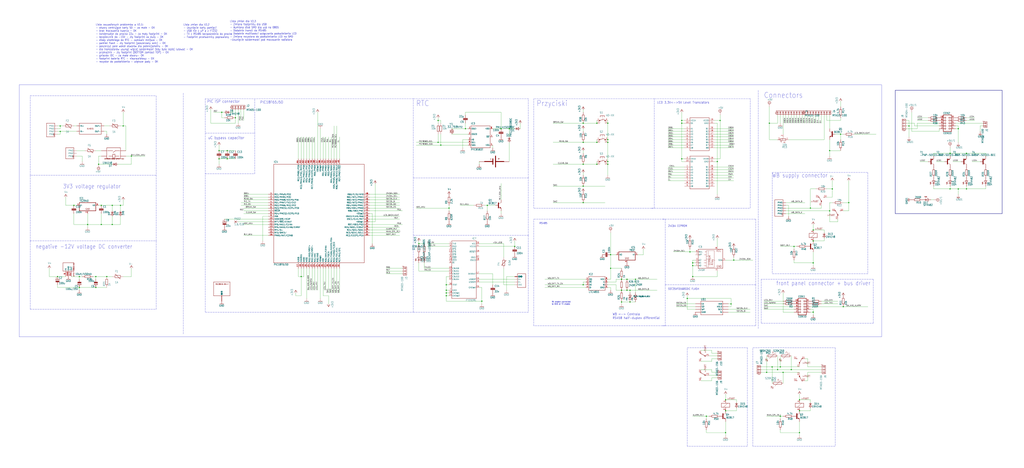
<source format=kicad_sch>
(kicad_sch (version 20211123) (generator eeschema)
  (paper "User" 949.96 434.188)
  (junction (at 541.02 264.16))
  (junction (at 889 175.26))
  (junction (at 414.02 274.32))
  (junction (at 632.46 111.76))
  (junction (at 881.38 175.26))
  (junction (at 93.98 208.28))
  (junction (at 655.32 386.08))
  (junction (at 91.44 152.4))
  (junction (at 447.04 279.4))
  (junction (at 589.534 259.08))
  (junction (at 754.38 289.56))
  (junction (at 642.62 256.54))
  (junction (at 637.54 276.86))
  (junction (at 673.1 401.32))
  (junction (at 896.62 175.26))
  (junction (at 431.8 119.38))
  (junction (at 563.88 129.54))
  (junction (at 210.82 147.32))
  (junction (at 477.52 228.6))
  (junction (at 754.38 243.84))
  (junction (at 769.62 139.7))
  (junction (at 553.72 114.3))
  (junction (at 584.454 269.24))
  (junction (at 111.76 190.5))
  (junction (at 754.38 223.52))
  (junction (at 665.48 149.86))
  (junction (at 734.06 342.9))
  (junction (at 896.62 142.24))
  (junction (at 581.66 269.24))
  (junction (at 88.9 256.54))
  (junction (at 723.9 386.08))
  (junction (at 726.44 345.44))
  (junction (at 279.4 256.54))
  (junction (at 741.68 370.84))
  (junction (at 464.82 119.38))
  (junction (at 541.02 187.96))
  (junction (at 563.88 152.4))
  (junction (at 416.56 193.04))
  (junction (at 472.44 119.38))
  (junction (at 406.4 111.76))
  (junction (at 210.82 139.7))
  (junction (at 576.58 280.162))
  (junction (at 55.88 121.92))
  (junction (at 566.42 236.22))
  (junction (at 553.72 132.08))
  (junction (at 53.34 256.54))
  (junction (at 88.9 266.7))
  (junction (at 741.68 401.32))
  (junction (at 81.28 208.28))
  (junction (at 632.46 147.32))
  (junction (at 414.02 271.78))
  (junction (at 584.454 280.162))
  (junction (at 104.14 190.5))
  (junction (at 563.88 132.08))
  (junction (at 541.02 172.72))
  (junction (at 581.66 259.08))
  (junction (at 779.78 124.46))
  (junction (at 563.88 114.3))
  (junction (at 782.32 284.48))
  (junction (at 711.2 345.44))
  (junction (at 889 119.38))
  (junction (at 408.94 134.62))
  (junction (at 772.16 175.26))
  (junction (at 741.68 381))
  (junction (at 640.08 233.68))
  (junction (at 452.12 190.5))
  (junction (at 203.2 147.32))
  (junction (at 388.62 226.06))
  (junction (at 541.02 132.08))
  (junction (at 751.84 193.04))
  (junction (at 68.58 190.5))
  (junction (at 205.74 104.14))
  (junction (at 73.66 266.7))
  (junction (at 673.1 370.84))
  (junction (at 787.4 187.96))
  (junction (at 566.42 248.92))
  (junction (at 414.02 269.24))
  (junction (at 642.62 243.84))
  (junction (at 678.18 281.94))
  (junction (at 218.44 109.22))
  (junction (at 736.6 228.6))
  (junction (at 680.72 241.3))
  (junction (at 414.02 264.16))
  (junction (at 713.74 114.3))
  (junction (at 203.2 139.7))
  (junction (at 55.88 116.84))
  (junction (at 121.92 144.78))
  (junction (at 114.3 116.84))
  (junction (at 576.58 269.24))
  (junction (at 769.62 195.58))
  (junction (at 576.58 259.08))
  (junction (at 104.14 208.28))
  (junction (at 843.28 116.84))
  (junction (at 553.72 152.4))
  (junction (at 668.02 111.76))
  (junction (at 73.66 256.54))
  (junction (at 721.36 342.9))
  (junction (at 723.9 340.36))
  (junction (at 632.46 114.3))
  (junction (at 406.4 132.08))
  (junction (at 541.02 114.3))
  (junction (at 754.38 213.36))
  (junction (at 99.06 256.54))
  (junction (at 716.28 340.36))
  (junction (at 563.88 149.86))
  (junction (at 673.1 381))
  (junction (at 541.02 152.4))
  (junction (at 881.38 142.24))
  (junction (at 642.62 246.38))
  (junction (at 93.98 190.5))
  (wire (pts (xy 314.96 147.32) (xy 314.96 127)))
  (wire (pts (xy 467.36 264.16) (xy 467.36 248.92)))
  (wire (pts (xy 708.66 281.94) (xy 726.44 281.94)))
  (wire (pts (xy 88.9 266.7) (xy 99.06 266.7)))
  (wire (pts (xy 635 127) (xy 619.76 127)))
  (polyline (pts (xy 144.78 88.9) (xy 144.78 162.56)))
  (wire (pts (xy 665.48 114.3) (xy 665.48 149.86)))
  (wire (pts (xy 576.58 281.94) (xy 576.58 280.162)))
  (wire (pts (xy 635 149.86) (xy 632.46 149.86)))
  (wire (pts (xy 723.9 330.2) (xy 723.9 340.36)))
  (wire (pts (xy 660.4 325.12) (xy 660.4 327.66)))
  (wire (pts (xy 563.88 132.08) (xy 563.88 149.86)))
  (wire (pts (xy 104.14 190.5) (xy 93.98 190.5)))
  (wire (pts (xy 635 119.38) (xy 619.76 119.38)))
  (wire (pts (xy 840.74 114.3) (xy 848.36 114.3)))
  (wire (pts (xy 673.1 403.86) (xy 673.1 401.32)))
  (polyline (pts (xy 383.54 218.44) (xy 383.54 165.1)))
  (wire (pts (xy 749.3 106.68) (xy 749.3 114.3)))
  (wire (pts (xy 843.28 127) (xy 843.28 116.84)))
  (wire (pts (xy 772.16 187.96) (xy 769.62 187.96)))
  (wire (pts (xy 662.94 124.46) (xy 680.72 124.46)))
  (wire (pts (xy 706.12 342.9) (xy 721.36 342.9)))
  (wire (pts (xy 116.84 139.7) (xy 116.84 116.84)))
  (wire (pts (xy 754.38 246.38) (xy 754.38 243.84)))
  (wire (pts (xy 81.28 208.28) (xy 81.28 210.82)))
  (wire (pts (xy 665.48 256.54) (xy 642.62 256.54)))
  (wire (pts (xy 218.44 114.3) (xy 218.44 109.22)))
  (wire (pts (xy 101.6 116.84) (xy 96.52 116.84)))
  (wire (pts (xy 655.32 386.08) (xy 657.86 386.08)))
  (wire (pts (xy 414.02 264.16) (xy 414.02 269.24)))
  (wire (pts (xy 660.4 350.52) (xy 665.48 350.52)))
  (wire (pts (xy 477.52 259.08) (xy 444.5 259.08)))
  (wire (pts (xy 416.56 193.04) (xy 386.08 193.04)))
  (wire (pts (xy 406.4 111.76) (xy 406.4 114.3)))
  (wire (pts (xy 345.44 198.12) (xy 342.9 198.12)))
  (polyline (pts (xy 495.3 203.2) (xy 614.68 203.2)))
  (wire (pts (xy 731.52 190.5) (xy 728.98 190.5)))
  (wire (pts (xy 909.32 149.86) (xy 901.7 149.86)))
  (wire (pts (xy 513.08 114.3) (xy 541.02 114.3)))
  (wire (pts (xy 635 160.02) (xy 619.76 160.02)))
  (wire (pts (xy 749.3 332.74) (xy 749.3 340.36)))
  (wire (pts (xy 787.4 195.58) (xy 787.4 187.96)))
  (wire (pts (xy 563.88 152.4) (xy 563.88 162.56)))
  (wire (pts (xy 553.72 114.3) (xy 553.72 111.76)))
  (wire (pts (xy 782.32 195.58) (xy 787.4 195.58)))
  (wire (pts (xy 114.3 190.5) (xy 111.76 190.5)))
  (wire (pts (xy 741.68 401.32) (xy 741.68 391.16)))
  (wire (pts (xy 414.02 271.78) (xy 414.02 274.32)))
  (wire (pts (xy 431.8 104.14) (xy 464.82 104.14)))
  (polyline (pts (xy 701.04 203.2) (xy 701.04 264.16)))
  (wire (pts (xy 769.62 119.38) (xy 769.62 106.68)))
  (wire (pts (xy 792.48 124.46) (xy 812.8 124.46)))
  (wire (pts (xy 388.62 223.52) (xy 388.62 226.06)))
  (wire (pts (xy 294.64 147.32) (xy 294.64 104.14)))
  (wire (pts (xy 541.02 172.72) (xy 561.34 172.72)))
  (polyline (pts (xy 701.04 264.16) (xy 617.22 264.16)))
  (wire (pts (xy 111.76 195.58) (xy 111.76 190.5)))
  (wire (pts (xy 116.84 116.84) (xy 114.3 116.84)))
  (wire (pts (xy 741.68 106.68) (xy 741.68 114.3)))
  (wire (pts (xy 71.12 144.78) (xy 76.2 144.78)))
  (wire (pts (xy 683.26 370.84) (xy 683.26 373.38)))
  (wire (pts (xy 848.36 116.84) (xy 871.22 116.84)))
  (polyline (pts (xy 703.58 83.82) (xy 703.58 304.8)))
  (wire (pts (xy 662.94 121.92) (xy 680.72 121.92)))
  (wire (pts (xy 289.56 147.32) (xy 289.56 127)))
  (wire (pts (xy 754.38 213.36) (xy 764.54 213.36)))
  (wire (pts (xy 662.94 129.54) (xy 680.72 129.54)))
  (polyline (pts (xy 383.54 218.44) (xy 490.22 218.44)))
  (wire (pts (xy 109.22 152.4) (xy 121.92 152.4)))
  (wire (pts (xy 756.92 106.68) (xy 756.92 114.3)))
  (wire (pts (xy 416.56 190.5) (xy 416.56 193.04)))
  (wire (pts (xy 299.72 147.32) (xy 299.72 127)))
  (wire (pts (xy 541.02 101.6) (xy 541.02 104.14)))
  (wire (pts (xy 662.94 162.56) (xy 680.72 162.56)))
  (wire (pts (xy 434.34 124.46) (xy 419.1 124.46)))
  (wire (pts (xy 307.34 147.32) (xy 307.34 127)))
  (wire (pts (xy 759.46 106.68) (xy 759.46 114.3)))
  (wire (pts (xy 279.4 147.32) (xy 279.4 127)))
  (wire (pts (xy 751.84 175.26) (xy 751.84 193.04)))
  (wire (pts (xy 566.42 248.92) (xy 566.42 259.08)))
  (wire (pts (xy 736.6 228.6) (xy 723.9 228.6)))
  (wire (pts (xy 576.58 269.24) (xy 581.66 269.24)))
  (wire (pts (xy 655.32 398.78) (xy 655.32 401.32)))
  (polyline (pts (xy 614.68 302.26) (xy 495.3 302.26)))
  (wire (pts (xy 513.08 172.72) (xy 541.02 172.72)))
  (wire (pts (xy 721.36 342.9) (xy 734.06 342.9)))
  (wire (pts (xy 662.94 119.38) (xy 680.72 119.38)))
  (wire (pts (xy 871.22 119.38) (xy 871.22 121.92)))
  (wire (pts (xy 68.58 208.28) (xy 68.58 198.12)))
  (wire (pts (xy 751.84 370.84) (xy 751.84 373.38)))
  (wire (pts (xy 779.78 93.98) (xy 779.78 99.06)))
  (wire (pts (xy 71.12 121.92) (xy 55.88 121.92)))
  (wire (pts (xy 866.14 175.26) (xy 881.38 175.26)))
  (wire (pts (xy 640.08 233.68) (xy 624.84 233.68)))
  (polyline (pts (xy 170.18 86.36) (xy 170.18 309.88)))
  (wire (pts (xy 444.5 266.7) (xy 447.04 266.7)))
  (wire (pts (xy 208.28 104.14) (xy 205.74 104.14)))
  (wire (pts (xy 414.02 279.4) (xy 447.04 279.4)))
  (wire (pts (xy 541.02 119.38) (xy 541.02 121.92)))
  (wire (pts (xy 342.9 193.04) (xy 370.84 193.04)))
  (wire (pts (xy 777.24 205.74) (xy 777.24 203.2)))
  (wire (pts (xy 408.94 111.76) (xy 406.4 111.76)))
  (wire (pts (xy 248.92 180.34) (xy 226.06 180.34)))
  (wire (pts (xy 513.08 187.96) (xy 541.02 187.96)))
  (polyline (pts (xy 383.54 91.44) (xy 190.5 91.44)))
  (wire (pts (xy 635 165.1) (xy 619.76 165.1)))
  (wire (pts (xy 45.72 248.92) (xy 45.72 256.54)))
  (wire (pts (xy 195.58 114.3) (xy 218.44 114.3)))
  (wire (pts (xy 866.14 144.78) (xy 866.14 142.24)))
  (wire (pts (xy 114.3 116.84) (xy 114.3 104.14)))
  (wire (pts (xy 848.36 114.3) (xy 848.36 116.84)))
  (wire (pts (xy 779.78 139.7) (xy 769.62 139.7)))
  (wire (pts (xy 406.4 132.08) (xy 386.08 132.08)))
  (wire (pts (xy 482.6 114.3) (xy 482.6 119.38)))
  (wire (pts (xy 281.94 147.32) (xy 281.94 127)))
  (wire (pts (xy 248.92 203.2) (xy 208.28 203.2)))
  (wire (pts (xy 635 129.54) (xy 619.76 129.54)))
  (polyline (pts (xy 490.22 165.1) (xy 490.22 91.44)))
  (wire (pts (xy 347.98 170.18) (xy 347.98 205.74)))
  (wire (pts (xy 304.8 147.32) (xy 304.8 127)))
  (wire (pts (xy 447.04 279.4) (xy 447.04 281.94)))
  (wire (pts (xy 297.18 147.32) (xy 297.18 119.38)))
  (wire (pts (xy 53.34 119.38) (xy 55.88 119.38)))
  (wire (pts (xy 787.4 187.96) (xy 787.4 167.64)))
  (wire (pts (xy 444.5 226.06) (xy 467.36 226.06)))
  (wire (pts (xy 741.68 370.84) (xy 751.84 370.84)))
  (polyline (pts (xy 27.94 162.56) (xy 27.94 223.52)))
  (wire (pts (xy 104.14 152.4) (xy 91.44 152.4)))
  (wire (pts (xy 345.44 226.06) (xy 345.44 198.12)))
  (wire (pts (xy 416.56 269.24) (xy 414.02 269.24)))
  (wire (pts (xy 751.84 289.56) (xy 754.38 289.56)))
  (wire (pts (xy 723.9 398.78) (xy 723.9 401.32)))
  (wire (pts (xy 645.16 281.94) (xy 627.38 281.94)))
  (wire (pts (xy 553.72 149.86) (xy 553.72 152.4)))
  (wire (pts (xy 749.3 345.44) (xy 762 345.44)))
  (wire (pts (xy 861.06 111.76) (xy 850.9 111.76)))
  (polyline (pts (xy 495.3 91.44) (xy 495.3 193.04)))
  (wire (pts (xy 541.02 187.96) (xy 561.34 187.96)))
  (wire (pts (xy 706.12 345.44) (xy 711.2 345.44)))
  (wire (pts (xy 571.5 259.08) (xy 571.5 261.62)))
  (wire (pts (xy 769.62 195.58) (xy 769.62 205.74)))
  (wire (pts (xy 662.94 137.16) (xy 680.72 137.16)))
  (wire (pts (xy 541.02 264.16) (xy 505.46 264.16)))
  (wire (pts (xy 434.34 119.38) (xy 431.8 119.38)))
  (wire (pts (xy 662.94 165.1) (xy 680.72 165.1)))
  (wire (pts (xy 248.92 218.44) (xy 226.06 218.44)))
  (wire (pts (xy 452.12 190.5) (xy 449.58 190.5)))
  (wire (pts (xy 726.44 289.56) (xy 736.6 289.56)))
  (polyline (pts (xy 698.5 414.02) (xy 698.5 322.58)))
  (polyline (pts (xy 190.5 123.444) (xy 190.5 289.56)))
  (wire (pts (xy 223.52 101.6) (xy 223.52 111.76)))
  (wire (pts (xy 76.2 144.78) (xy 76.2 149.86)))
  (wire (pts (xy 373.38 254) (xy 358.14 254)))
  (wire (pts (xy 434.34 134.62) (xy 408.94 134.62)))
  (wire (pts (xy 66.04 256.54) (xy 73.66 256.54)))
  (wire (pts (xy 294.64 248.92) (xy 294.64 269.24)))
  (wire (pts (xy 121.92 248.92) (xy 121.92 256.54)))
  (wire (pts (xy 779.78 111.76) (xy 779.78 109.22)))
  (wire (pts (xy 716.28 340.36) (xy 716.28 355.6)))
  (wire (pts (xy 637.54 287.02) (xy 637.54 276.86)))
  (wire (pts (xy 896.62 175.26) (xy 914.4 175.26)))
  (wire (pts (xy 342.9 218.44) (xy 370.84 218.44)))
  (wire (pts (xy 312.42 248.92) (xy 312.42 271.78)))
  (wire (pts (xy 566.42 259.08) (xy 563.88 259.08)))
  (wire (pts (xy 576.58 248.92) (xy 566.42 248.92)))
  (wire (pts (xy 429.26 137.16) (xy 429.26 129.54)))
  (wire (pts (xy 762 193.04) (xy 762 190.5)))
  (polyline (pts (xy 706.12 299.72) (xy 810.26 299.72)))
  (wire (pts (xy 767.08 175.26) (xy 772.16 175.26)))
  (wire (pts (xy 736.6 243.84) (xy 754.38 243.84)))
  (wire (pts (xy 541.02 139.7) (xy 541.02 142.24)))
  (wire (pts (xy 673.1 241.3) (xy 680.72 241.3)))
  (polyline (pts (xy 805.18 254) (xy 716.28 254)))
  (wire (pts (xy 553.72 132.08) (xy 553.72 129.54)))
  (wire (pts (xy 754.38 106.68) (xy 754.38 114.3)))
  (wire (pts (xy 645.16 287.02) (xy 637.54 287.02)))
  (wire (pts (xy 909.32 116.84) (xy 909.32 121.92)))
  (wire (pts (xy 642.62 246.38) (xy 642.62 243.84)))
  (polyline (pts (xy 190.5 289.56) (xy 383.54 289.56)))
  (polyline (pts (xy 810.26 259.08) (xy 706.12 259.08)))
  (wire (pts (xy 576.58 280.162) (xy 576.58 279.4)))
  (wire (pts (xy 452.12 190.5) (xy 452.12 195.58)))
  (polyline (pts (xy 144.78 162.56) (xy 27.94 162.56)))
  (wire (pts (xy 104.14 200.66) (xy 104.14 208.28)))
  (wire (pts (xy 104.14 256.54) (xy 99.06 256.54)))
  (wire (pts (xy 581.66 259.08) (xy 589.534 259.08)))
  (wire (pts (xy 342.9 203.2) (xy 370.84 203.2)))
  (wire (pts (xy 845.82 121.92) (xy 845.82 104.14)))
  (wire (pts (xy 635 124.46) (xy 619.76 124.46)))
  (wire (pts (xy 114.3 185.42) (xy 114.3 190.5)))
  (wire (pts (xy 673.1 401.32) (xy 673.1 391.16)))
  (wire (pts (xy 673.1 370.84) (xy 683.26 370.84)))
  (wire (pts (xy 889 119.38) (xy 886.46 119.38)))
  (wire (pts (xy 655.32 388.62) (xy 655.32 386.08)))
  (wire (pts (xy 591.82 236.22) (xy 596.9 236.22)))
  (wire (pts (xy 896.62 109.22) (xy 904.24 109.22)))
  (wire (pts (xy 73.66 259.08) (xy 73.66 256.54)))
  (wire (pts (xy 81.28 198.12) (xy 81.28 208.28)))
  (wire (pts (xy 571.5 264.16) (xy 571.5 269.24)))
  (wire (pts (xy 764.54 223.52) (xy 754.38 223.52)))
  (wire (pts (xy 736.6 241.3) (xy 736.6 243.84)))
  (wire (pts (xy 668.02 147.32) (xy 668.02 111.76)))
  (wire (pts (xy 650.24 335.28) (xy 660.4 335.28)))
  (wire (pts (xy 314.96 248.92) (xy 314.96 271.78)))
  (wire (pts (xy 472.44 132.08) (xy 472.44 149.86)))
  (wire (pts (xy 213.36 104.14) (xy 215.9 104.14)))
  (polyline (pts (xy 716.28 160.02) (xy 805.18 160.02)))
  (wire (pts (xy 513.08 132.08) (xy 541.02 132.08)))
  (wire (pts (xy 584.454 280.162) (xy 589.534 280.162)))
  (wire (pts (xy 279.4 274.32) (xy 279.4 256.54)))
  (wire (pts (xy 53.34 266.7) (xy 53.34 264.16)))
  (wire (pts (xy 896.62 142.24) (xy 914.4 142.24)))
  (wire (pts (xy 876.3 149.86) (xy 868.68 149.86)))
  (wire (pts (xy 843.28 111.76) (xy 840.74 111.76)))
  (wire (pts (xy 728.98 195.58) (xy 769.62 195.58)))
  (wire (pts (xy 896.62 111.76) (xy 904.24 111.76)))
  (polyline (pts (xy 817.88 312.42) (xy 817.88 78.74)) (stroke (width 0) (type solid)))
  (wire (pts (xy 769.62 139.7) (xy 769.62 129.54)))
  (wire (pts (xy 469.9 256.54) (xy 469.9 269.24)))
  (wire (pts (xy 782.32 284.48) (xy 805.18 284.48)))
  (wire (pts (xy 68.58 116.84) (xy 71.12 116.84)))
  (wire (pts (xy 342.9 195.58) (xy 373.38 195.58)))
  (wire (pts (xy 563.88 261.62) (xy 571.5 261.62)))
  (wire (pts (xy 566.42 266.7) (xy 566.42 269.24)))
  (wire (pts (xy 665.48 347.98) (xy 657.86 347.98)))
  (wire (pts (xy 416.56 228.6) (xy 396.24 228.6)))
  (wire (pts (xy 741.68 403.86) (xy 741.68 401.32)))
  (polyline (pts (xy 236.22 123.444) (xy 236.22 91.694)))
  (wire (pts (xy 309.88 248.92) (xy 309.88 271.78)))
  (wire (pts (xy 731.52 129.54) (xy 764.54 129.54)))
  (wire (pts (xy 477.52 256.54) (xy 469.9 256.54)))
  (wire (pts (xy 243.84 223.52) (xy 243.84 200.66)))
  (polyline (pts (xy 383.54 165.1) (xy 383.54 91.44)))
  (wire (pts (xy 762 281.94) (xy 777.24 281.94)))
  (wire (pts (xy 342.9 213.36) (xy 370.84 213.36)))
  (wire (pts (xy 635 157.48) (xy 619.76 157.48)))
  (wire (pts (xy 576.58 259.08) (xy 581.66 259.08)))
  (wire (pts (xy 774.7 124.46) (xy 779.78 124.46)))
  (wire (pts (xy 711.2 345.44) (xy 726.44 345.44)))
  (wire (pts (xy 284.48 147.32) (xy 284.48 127)))
  (wire (pts (xy 886.46 114.3) (xy 911.86 114.3)))
  (wire (pts (xy 721.36 330.2) (xy 721.36 342.9)))
  (wire (pts (xy 721.36 129.54) (xy 713.74 129.54)))
  (wire (pts (xy 711.2 330.2) (xy 711.2 345.44)))
  (wire (pts (xy 650.24 342.9) (xy 660.4 342.9)))
  (wire (pts (xy 662.94 147.32) (xy 668.02 147.32)))
  (wire (pts (xy 477.52 261.62) (xy 444.5 261.62)))
  (wire (pts (xy 571.5 236.22) (xy 566.42 236.22)))
  (wire (pts (xy 408.94 111.76) (xy 408.94 114.3)))
  (wire (pts (xy 581.66 269.24) (xy 584.454 269.24)))
  (wire (pts (xy 104.14 195.58) (xy 104.14 190.5)))
  (wire (pts (xy 388.62 243.84) (xy 388.62 251.46)))
  (wire (pts (xy 195.58 101.6) (xy 195.58 114.3)))
  (wire (pts (xy 55.88 119.38) (xy 55.88 116.84)))
  (wire (pts (xy 754.38 287.02) (xy 754.38 289.56)))
  (wire (pts (xy 414.02 256.54) (xy 414.02 264.16)))
  (wire (pts (xy 861.06 109.22) (xy 850.9 109.22)))
  (wire (pts (xy 881.38 172.72) (xy 881.38 175.26)))
  (wire (pts (xy 650.24 353.06) (xy 660.4 353.06)))
  (wire (pts (xy 416.56 264.16) (xy 414.02 264.16)))
  (wire (pts (xy 589.534 259.08) (xy 609.6 259.08)))
  (wire (pts (xy 464.82 195.58) (xy 464.82 198.12)))
  (wire (pts (xy 566.42 236.22) (xy 566.42 248.92)))
  (polyline (pts (xy 614.68 302.26) (xy 701.04 302.26)))
  (wire (pts (xy 680.72 241.3) (xy 698.5 241.3)))
  (wire (pts (xy 279.4 256.54) (xy 276.86 256.54)))
  (polyline (pts (xy 695.96 193.04) (xy 695.96 91.44)))
  (wire (pts (xy 713.74 129.54) (xy 713.74 114.3)))
  (wire (pts (xy 749.3 353.06) (xy 749.3 345.44)))
  (wire (pts (xy 675.64 289.56) (xy 695.96 289.56)))
  (wire (pts (xy 406.4 124.46) (xy 406.4 132.08)))
  (polyline (pts (xy 810.26 299.72) (xy 810.26 259.08)))
  (wire (pts (xy 342.9 215.9) (xy 370.84 215.9)))
  (wire (pts (xy 840.74 119.38) (xy 850.9 119.38)))
  (wire (pts (xy 99.06 121.92) (xy 96.52 121.92)))
  (wire (pts (xy 675.64 284.48) (xy 678.18 284.48)))
  (wire (pts (xy 416.56 256.54) (xy 414.02 256.54)))
  (wire (pts (xy 68.58 190.5) (xy 60.96 190.5)))
  (wire (pts (xy 723.9 386.08) (xy 726.44 386.08)))
  (wire (pts (xy 408.94 124.46) (xy 408.94 134.62)))
  (wire (pts (xy 728.98 106.68) (xy 728.98 114.3)))
  (wire (pts (xy 668.02 111.76) (xy 668.02 106.68)))
  (wire (pts (xy 279.4 256.54) (xy 279.4 248.92)))
  (wire (pts (xy 566.42 215.9) (xy 566.42 236.22)))
  (wire (pts (xy 104.14 208.28) (xy 111.76 208.28)))
  (wire (pts (xy 457.2 137.16) (xy 457.2 134.62)))
  (wire (pts (xy 543.56 259.08) (xy 505.46 259.08)))
  (wire (pts (xy 477.52 228.6) (xy 477.52 223.52)))
  (wire (pts (xy 744.22 106.68) (xy 744.22 114.3)))
  (wire (pts (xy 645.16 243.84) (xy 642.62 243.84)))
  (wire (pts (xy 563.88 264.16) (xy 571.5 264.16)))
  (wire (pts (xy 459.74 190.5) (xy 452.12 190.5)))
  (wire (pts (xy 675.64 287.02) (xy 695.96 287.02)))
  (wire (pts (xy 751.84 284.48) (xy 782.32 284.48)))
  (wire (pts (xy 914.4 142.24) (xy 914.4 144.78)))
  (wire (pts (xy 431.8 104.14) (xy 431.8 106.68)))
  (wire (pts (xy 543.56 261.62) (xy 541.02 261.62)))
  (wire (pts (xy 843.28 116.84) (xy 840.74 116.84)))
  (wire (pts (xy 678.18 276.86) (xy 637.54 276.86)))
  (wire (pts (xy 274.32 274.32) (xy 279.4 274.32)))
  (wire (pts (xy 464.82 119.38) (xy 457.2 119.38)))
  (polyline (pts (xy 716.28 160.02) (xy 716.28 254)))
  (wire (pts (xy 408.94 134.62) (xy 386.08 134.62)))
  (wire (pts (xy 632.46 149.86) (xy 632.46 147.32)))
  (wire (pts (xy 881.38 144.78) (xy 881.38 142.24)))
  (wire (pts (xy 563.88 266.7) (xy 566.42 266.7)))
  (wire (pts (xy 416.56 271.78) (xy 414.02 271.78)))
  (wire (pts (xy 655.32 386.08) (xy 642.62 386.08)))
  (wire (pts (xy 891.54 149.86) (xy 883.92 149.86)))
  (wire (pts (xy 642.62 243.84) (xy 642.62 241.3)))
  (wire (pts (xy 756.92 175.26) (xy 751.84 175.26)))
  (wire (pts (xy 723.9 401.32) (xy 741.68 401.32)))
  (wire (pts (xy 281.94 256.54) (xy 281.94 248.92)))
  (wire (pts (xy 121.92 256.54) (xy 114.3 256.54)))
  (wire (pts (xy 287.02 248.92) (xy 287.02 269.24)))
  (wire (pts (xy 71.12 190.5) (xy 68.58 190.5)))
  (polyline (pts (xy 27.94 223.52) (xy 27.94 287.02)))
  (wire (pts (xy 736.6 106.68) (xy 736.6 114.3)))
  (wire (pts (xy 444.5 228.6) (xy 477.52 228.6)))
  (wire (pts (xy 896.62 144.78) (xy 896.62 142.24)))
  (wire (pts (xy 210.82 147.32) (xy 218.44 147.32)))
  (polyline (pts (xy 637.54 414.02) (xy 637.54 322.58)))
  (wire (pts (xy 93.98 144.78) (xy 91.44 144.78)))
  (wire (pts (xy 751.84 106.68) (xy 751.84 114.3)))
  (wire (pts (xy 86.36 256.54) (xy 88.9 256.54)))
  (wire (pts (xy 635 137.16) (xy 619.76 137.16)))
  (wire (pts (xy 660.4 342.9) (xy 660.4 345.44)))
  (wire (pts (xy 342.9 210.82) (xy 370.84 210.82)))
  (wire (pts (xy 889 116.84) (xy 889 119.38)))
  (wire (pts (xy 741.68 370.84) (xy 741.68 365.76)))
  (wire (pts (xy 444.5 149.86) (xy 444.5 152.4)))
  (wire (pts (xy 439.42 190.5) (xy 426.72 190.5)))
  (polyline (pts (xy 805.18 160.02) (xy 805.18 254)))
  (wire (pts (xy 218.44 139.7) (xy 210.82 139.7)))
  (wire (pts (xy 71.12 139.7) (xy 78.74 139.7)))
  (wire (pts (xy 111.76 190.5) (xy 104.14 190.5)))
  (polyline (pts (xy 495.3 193.04) (xy 604.52 193.04)))
  (wire (pts (xy 543.56 264.16) (xy 541.02 264.16)))
  (wire (pts (xy 726.44 106.68) (xy 726.44 124.46)))
  (wire (pts (xy 563.88 149.86) (xy 563.88 152.4)))
  (wire (pts (xy 248.92 182.88) (xy 226.06 182.88)))
  (wire (pts (xy 563.88 111.76) (xy 563.88 114.3)))
  (wire (pts (xy 736.6 287.02) (xy 708.66 287.02)))
  (wire (pts (xy 734.06 330.2) (xy 734.06 342.9)))
  (wire (pts (xy 248.92 185.42) (xy 226.06 185.42)))
  (wire (pts (xy 662.94 114.3) (xy 665.48 114.3)))
  (wire (pts (xy 662.94 160.02) (xy 680.72 160.02)))
  (wire (pts (xy 635 114.3) (xy 632.46 114.3)))
  (wire (pts (xy 248.92 198.12) (xy 226.06 198.12)))
  (wire (pts (xy 721.36 114.3) (xy 713.74 114.3)))
  (polyline (pts (xy 17.78 312.42) (xy 817.88 312.42)) (stroke (width 0) (type solid)))
  (polyline (pts (xy 490.22 218.44) (xy 490.22 165.1)))
  (wire (pts (xy 297.18 276.86) (xy 297.18 248.92)))
  (polyline (pts (xy 617.22 264.16) (xy 617.22 302.26)))
  (polyline (pts (xy 817.88 78.74) (xy 17.78 78.74)) (stroke (width 0) (type solid)))
  (wire (pts (xy 571.5 269.24) (xy 576.58 269.24)))
  (wire (pts (xy 673.1 370.84) (xy 673.1 365.76)))
  (wire (pts (xy 53.34 116.84) (xy 55.88 116.84)))
  (wire (pts (xy 850.9 114.3) (xy 871.22 114.3)))
  (wire (pts (xy 279.4 256.54) (xy 281.94 256.54)))
  (wire (pts (xy 660.4 327.66) (xy 665.48 327.66)))
  (wire (pts (xy 342.9 185.42) (xy 370.84 185.42)))
  (wire (pts (xy 276.86 256.54) (xy 276.86 248.92)))
  (wire (pts (xy 121.92 144.78) (xy 134.62 144.78)))
  (wire (pts (xy 769.62 144.78) (xy 769.62 139.7)))
  (wire (pts (xy 662.94 167.64) (xy 680.72 167.64)))
  (wire (pts (xy 866.14 185.42) (xy 863.6 185.42)))
  (wire (pts (xy 736.6 228.6) (xy 739.14 228.6)))
  (wire (pts (xy 91.44 144.78) (xy 91.44 152.4)))
  (wire (pts (xy 226.06 101.6) (xy 226.06 111.76)))
  (wire (pts (xy 662.94 154.94) (xy 680.72 154.94)))
  (wire (pts (xy 373.38 248.92) (xy 358.14 248.92)))
  (wire (pts (xy 121.92 152.4) (xy 121.92 144.78)))
  (bus (pts (xy 830.58 198.12) (xy 929.64 198.12)))
  (wire (pts (xy 749.3 340.36) (xy 762 340.36)))
  (polyline (pts (xy 190.5 91.44) (xy 190.5 123.444)))
  (wire (pts (xy 584.454 269.24) (xy 609.6 269.24)))
  (wire (pts (xy 584.454 280.162) (xy 576.58 280.162)))
  (polyline (pts (xy 17.78 78.74) (xy 17.78 312.42)) (stroke (width 0) (type solid)))
  (wire (pts (xy 342.9 180.34) (xy 370.84 180.34)))
  (polyline (pts (xy 383.54 289.56) (xy 383.54 218.44)))
  (wire (pts (xy 88.9 139.7) (xy 93.98 139.7)))
  (wire (pts (xy 541.02 152.4) (xy 553.72 152.4)))
  (wire (pts (xy 218.44 109.22) (xy 218.44 101.6)))
  (polyline (pts (xy 607.06 91.44) (xy 495.3 91.44)))
  (wire (pts (xy 635 121.92) (xy 619.76 121.92)))
  (wire (pts (xy 53.34 256.54) (xy 60.96 256.54)))
  (wire (pts (xy 896.62 172.72) (xy 896.62 175.26)))
  (wire (pts (xy 914.4 175.26) (xy 914.4 172.72)))
  (wire (pts (xy 731.52 200.66) (xy 731.52 190.5)))
  (wire (pts (xy 843.28 116.84) (xy 843.28 111.76)))
  (wire (pts (xy 287.02 147.32) (xy 287.02 127)))
  (polyline (pts (xy 144.78 287.02) (xy 144.78 223.52)))
  (wire (pts (xy 635 162.56) (xy 619.76 162.56)))
  (wire (pts (xy 431.8 119.38) (xy 419.1 119.38)))
  (polyline (pts (xy 693.42 414.02) (xy 637.54 414.02)))
  (wire (pts (xy 678.18 281.94) (xy 678.18 276.86)))
  (polyline (pts (xy 490.22 289.56) (xy 383.54 289.56)))
  (polyline (pts (xy 604.52 193.04) (xy 695.96 193.04)))
  (wire (pts (xy 434.34 132.08) (xy 406.4 132.08)))
  (wire (pts (xy 276.86 147.32) (xy 276.86 127)))
  (wire (pts (xy 53.34 124.46) (xy 55.88 124.46)))
  (wire (pts (xy 111.76 116.84) (xy 114.3 116.84)))
  (wire (pts (xy 284.48 276.86) (xy 284.48 248.92)))
  (wire (pts (xy 541.02 160.02) (xy 541.02 162.56)))
  (wire (pts (xy 543.56 266.7) (xy 505.46 266.7)))
  (wire (pts (xy 220.98 114.3) (xy 220.98 101.6)))
  (wire (pts (xy 889 175.26) (xy 896.62 175.26)))
  (wire (pts (xy 716.28 340.36) (xy 723.9 340.36)))
  (wire (pts (xy 111.76 208.28) (xy 111.76 200.66)))
  (wire (pts (xy 779.78 129.54) (xy 779.78 124.46)))
  (polyline (pts (xy 695.96 91.44) (xy 607.06 91.44)))
  (wire (pts (xy 388.62 226.06) (xy 393.7 226.06)))
  (wire (pts (xy 248.92 195.58) (xy 226.06 195.58)))
  (wire (pts (xy 243.84 200.66) (xy 248.92 200.66)))
  (wire (pts (xy 881.38 137.16) (xy 881.38 142.24)))
  (wire (pts (xy 429.26 129.54) (xy 434.34 129.54)))
  (wire (pts (xy 541.02 261.62) (xy 541.02 264.16)))
  (wire (pts (xy 683.26 381) (xy 673.1 381)))
  (wire (pts (xy 762 106.68) (xy 762 114.3)))
  (wire (pts (xy 726.44 271.78) (xy 726.44 289.56)))
  (wire (pts (xy 292.1 248.92) (xy 292.1 269.24)))
  (wire (pts (xy 635 154.94) (xy 619.76 154.94)))
  (polyline (pts (xy 27.94 287.02) (xy 144.78 287.02)))
  (wire (pts (xy 650.24 325.12) (xy 660.4 325.12)))
  (wire (pts (xy 866.14 172.72) (xy 866.14 175.26)))
  (wire (pts (xy 728.98 187.96) (xy 746.76 187.96)))
  (wire (pts (xy 767.08 182.88) (xy 772.16 182.88)))
  (wire (pts (xy 678.18 284.48) (xy 678.18 281.94)))
  (wire (pts (xy 513.08 152.4) (xy 541.02 152.4)))
  (polyline (pts (xy 190.246 161.29) (xy 236.22 161.29)))
  (wire (pts (xy 749.3 353.06) (xy 746.76 353.06)))
  (wire (pts (xy 444.5 254) (xy 457.2 254)))
  (polyline (pts (xy 617.22 302.26) (xy 614.68 302.26)))
  (wire (pts (xy 416.56 248.92) (xy 393.7 248.92)))
  (wire (pts (xy 393.7 243.84) (xy 393.7 248.92)))
  (polyline (pts (xy 607.06 193.04) (xy 607.06 91.44)))
  (polyline (pts (xy 706.12 259.08) (xy 706.12 299.72)))
  (wire (pts (xy 116.84 144.78) (xy 121.92 144.78)))
  (bus (pts (xy 929.64 83.82) (xy 830.58 83.82)))
  (polyline (pts (xy 236.22 161.29) (xy 236.22 123.444)))
  (wire (pts (xy 88.9 259.08) (xy 88.9 256.54)))
  (wire (pts (xy 754.38 289.56) (xy 754.38 292.1)))
  (wire (pts (xy 734.06 342.9) (xy 762 342.9)))
  (wire (pts (xy 723.9 386.08) (xy 711.2 386.08)))
  (wire (pts (xy 723.9 340.36) (xy 741.68 340.36)))
  (wire (pts (xy 660.4 335.28) (xy 660.4 332.74)))
  (wire (pts (xy 347.98 205.74) (xy 342.9 205.74)))
  (wire (pts (xy 431.8 114.3) (xy 431.8 119.38)))
  (wire (pts (xy 769.62 187.96) (xy 769.62 195.58)))
  (wire (pts (xy 635 134.62) (xy 619.76 134.62)))
  (wire (pts (xy 779.78 124.46) (xy 782.32 124.46)))
  (wire (pts (xy 248.92 190.5) (xy 223.52 190.5)))
  (wire (pts (xy 764.54 106.68) (xy 764.54 129.54)))
  (wire (pts (xy 312.42 147.32) (xy 312.42 116.84)))
  (wire (pts (xy 772.16 182.88) (xy 772.16 175.26)))
  (wire (pts (xy 248.92 193.04) (xy 226.06 193.04)))
  (wire (pts (xy 342.9 190.5) (xy 370.84 190.5)))
  (wire (pts (xy 203.2 134.62) (xy 203.2 139.7)))
  (wire (pts (xy 576.58 259.08) (xy 571.5 259.08)))
  (wire (pts (xy 248.92 208.28) (xy 226.06 208.28)))
  (wire (pts (xy 215.9 101.6) (xy 215.9 104.14)))
  (wire (pts (xy 53.34 266.7) (xy 73.66 266.7)))
  (wire (pts (xy 589.534 271.272) (xy 589.534 259.08)))
  (wire (pts (xy 292.1 147.32) (xy 292.1 127)))
  (wire (pts (xy 866.14 142.24) (xy 881.38 142.24)))
  (wire (pts (xy 708.66 279.4) (xy 726.44 279.4)))
  (polyline (pts (xy 701.04 302.26) (xy 701.04 264.16)))
  (wire (pts (xy 886.46 116.84) (xy 889 116.84)))
  (wire (pts (xy 772.16 175.26) (xy 772.16 167.64)))
  (wire (pts (xy 93.98 208.28) (xy 93.98 198.12)))
  (wire (pts (xy 746.76 106.68) (xy 746.76 114.3)))
  (wire (pts (xy 660.4 345.44) (xy 665.48 345.44)))
  (wire (pts (xy 472.44 119.38) (xy 472.44 127)))
  (wire (pts (xy 657.86 330.2) (xy 665.48 330.2)))
  (wire (pts (xy 60.96 182.88) (xy 60.96 190.5)))
  (wire (pts (xy 302.26 248.92) (xy 302.26 269.24)))
  (wire (pts (xy 751.84 287.02) (xy 754.38 287.02)))
  (polyline (pts (xy 774.7 322.58) (xy 774.7 414.02)))
  (wire (pts (xy 645.16 284.48) (xy 627.38 284.48)))
  (wire (pts (xy 93.98 190.5) (xy 91.44 190.5)))
  (wire (pts (xy 662.94 132.08) (xy 680.72 132.08)))
  (wire (pts (xy 73.66 266.7) (xy 73.66 269.24)))
  (wire (pts (xy 680.72 238.76) (xy 680.72 241.3)))
  (wire (pts (xy 662.94 111.76) (xy 668.02 111.76)))
  (bus (pts (xy 830.58 83.82) (xy 830.58 198.12)))
  (wire (pts (xy 754.38 243.84) (xy 754.38 233.68)))
  (polyline (pts (xy 495.3 302.26) (xy 495.3 203.2)))
  (wire (pts (xy 723.9 388.62) (xy 723.9 386.08)))
  (wire (pts (xy 642.62 256.54) (xy 642.62 246.38)))
  (wire (pts (xy 58.42 116.84) (xy 55.88 116.84)))
  (polyline (pts (xy 637.54 322.58) (xy 693.42 322.58)))
  (wire (pts (xy 721.36 106.68) (xy 721.36 114.3)))
  (wire (pts (xy 635 167.64) (xy 619.76 167.64)))
  (wire (pts (xy 881.38 142.24) (xy 896.62 142.24)))
  (wire (pts (xy 416.56 226.06) (xy 396.24 226.06)))
  (wire (pts (xy 662.94 127) (xy 680.72 127)))
  (wire (pts (xy 584.454 271.272) (xy 584.454 269.24)))
  (wire (pts (xy 734.06 106.68) (xy 734.06 114.3)))
  (wire (pts (xy 764.54 220.98) (xy 764.54 223.52)))
  (wire (pts (xy 220.98 205.74) (xy 248.92 205.74)))
  (wire (pts (xy 342.9 208.28) (xy 373.38 208.28)))
  (wire (pts (xy 723.9 106.68) (xy 723.9 114.3)))
  (wire (pts (xy 373.38 251.46) (xy 358.14 251.46)))
  (wire (pts (xy 73.66 266.7) (xy 88.9 266.7)))
  (polyline (pts (xy 617.22 203.2) (xy 617.22 264.16)))
  (wire (pts (xy 660.4 332.74) (xy 665.48 332.74)))
  (wire (pts (xy 416.56 251.46) (xy 388.62 251.46)))
  (wire (pts (xy 477.52 119.38) (xy 472.44 119.38)))
  (wire (pts (xy 563.88 129.54) (xy 563.88 132.08)))
  (wire (pts (xy 767.08 106.68) (xy 767.08 111.76)))
  (wire (pts (xy 596.9 236.22) (xy 596.9 231.14)))
  (wire (pts (xy 726.44 345.44) (xy 741.68 345.44)))
  (wire (pts (xy 342.9 187.96) (xy 370.84 187.96)))
  (wire (pts (xy 302.26 147.32) (xy 302.26 127)))
  (wire (pts (xy 731.52 106.68) (xy 731.52 114.3)))
  (wire (pts (xy 635 132.08) (xy 619.76 132.08)))
  (polyline (pts (xy 774.7 414.02) (xy 698.5 414.02)))
  (polyline (pts (xy 698.5 322.58) (xy 774.7 322.58)))
  (wire (pts (xy 728.98 193.04) (xy 751.84 193.04)))
  (wire (pts (xy 464.82 119.38) (xy 472.44 119.38)))
  (wire (pts (xy 665.48 149.86) (xy 665.48 180.34)))
  (polyline (pts (xy 27.94 162.56) (xy 27.94 88.9)))
  (wire (pts (xy 675.64 281.94) (xy 678.18 281.94)))
  (wire (pts (xy 889 180.34) (xy 889 175.26)))
  (wire (pts (xy 751.84 378.46) (xy 751.84 381)))
  (wire (pts (xy 248.92 187.96) (xy 223.52 187.96)))
  (wire (pts (xy 304.8 248.92) (xy 304.8 271.78)))
  (wire (pts (xy 104.14 208.28) (xy 93.98 208.28)))
  (wire (pts (xy 414.02 269.24) (xy 414.02 271.78)))
  (wire (pts (xy 660.4 353.06) (xy 660.4 350.52)))
  (wire (pts (xy 889 132.08) (xy 889 119.38)))
  (wire (pts (xy 706.12 340.36) (xy 716.28 340.36)))
  (wire (pts (xy 205.74 109.22) (xy 205.74 104.14)))
  (wire (pts (xy 205.74 104.14) (xy 198.12 104.14)))
  (wire (pts (xy 464.82 185.42) (xy 464.82 170.18)))
  (wire (pts (xy 637.54 276.86) (xy 637.54 274.32)))
  (wire (pts (xy 642.62 241.3) (xy 645.16 241.3)))
  (wire (pts (xy 767.08 111.76) (xy 779.78 111.76)))
  (wire (pts (xy 861.06 149.86) (xy 853.44 149.86)))
  (wire (pts (xy 467.36 226.06) (xy 467.36 238.76)))
  (wire (pts (xy 749.3 332.74) (xy 746.76 332.74)))
  (wire (pts (xy 464.82 104.14) (xy 464.82 119.38)))
  (wire (pts (xy 416.56 193.04) (xy 416.56 195.58)))
  (polyline (pts (xy 604.52 193.04) (xy 607.06 193.04)))
  (wire (pts (xy 762 279.4) (xy 777.24 279.4)))
  (wire (pts (xy 911.86 116.84) (xy 909.32 116.84)))
  (wire (pts (xy 726.44 355.6) (xy 726.44 345.44)))
  (wire (pts (xy 414.02 274.32) (xy 416.56 274.32)))
  (wire (pts (xy 289.56 248.92) (xy 289.56 269.24)))
  (wire (pts (xy 683.26 378.46) (xy 683.26 381)))
  (wire (pts (xy 299.72 274.32) (xy 299.72 248.92)))
  (wire (pts (xy 662.94 149.86) (xy 665.48 149.86)))
  (wire (pts (xy 274.32 271.78) (xy 274.32 274.32)))
  (wire (pts (xy 55.88 124.46) (xy 55.88 121.92)))
  (bus (pts (xy 929.64 198.12) (xy 929.64 83.82)))
  (wire (pts (xy 563.88 114.3) (xy 563.88 129.54)))
  (polyline (pts (xy 490.22 218.44) (xy 490.22 289.56)))
  (wire (pts (xy 447.04 266.7) (xy 447.04 279.4)))
  (wire (pts (xy 665.48 220.98) (xy 665.48 228.6)))
  (wire (pts (xy 304.8 274.32) (xy 299.72 274.32)))
  (wire (pts (xy 304.8 281.94) (xy 304.8 274.32)))
  (wire (pts (xy 414.02 274.32) (xy 414.02 279.4)))
  (wire (pts (xy 632.46 111.76) (xy 632.46 104.14)))
  (polyline (pts (xy 693.42 322.58) (xy 693.42 414.02)))
  (polyline (pts (xy 27.94 223.52) (xy 144.78 223.52)))
  (wire (pts (xy 871.22 121.92) (xy 845.82 121.92)))
  (wire (pts (xy 632.46 114.3) (xy 632.46 147.32)))
  (polyline (pts (xy 614.68 203.2) (xy 617.22 203.2)))
  (wire (pts (xy 850.9 119.38) (xy 850.9 114.3)))
  (wire (pts (xy 55.88 121.92) (xy 53.34 121.92)))
  (wire (pts (xy 640.08 231.14) (xy 640.08 233.68)))
  (polyline (pts (xy 190.5 123.444) (xy 236.22 123.444)))
  (wire (pts (xy 736.6 284.48) (xy 708.66 284.48)))
  (wire (pts (xy 45.72 256.54) (xy 53.34 256.54)))
  (wire (pts (xy 728.98 198.12) (xy 746.76 198.12)))
  (wire (pts (xy 736.6 231.14) (xy 736.6 228.6)))
  (wire (pts (xy 754.38 213.36) (xy 754.38 208.28)))
  (wire (pts (xy 541.02 114.3) (xy 553.72 114.3)))
  (wire (pts (xy 307.34 248.92) (xy 307.34 271.78)))
  (wire (pts (xy 645.16 233.68) (xy 640.08 233.68)))
  (wire (pts (xy 769.62 205.74) (xy 777.24 205.74)))
  (polyline (pts (xy 144.78 223.52) (xy 144.78 162.56)))
  (wire (pts (xy 632.46 111.76) (xy 635 111.76)))
  (wire (pts (xy 68.58 208.28) (xy 81.28 208.28)))
  (wire (pts (xy 88.9 256.54) (xy 99.06 256.54)))
  (wire (pts (xy 632.46 114.3) (xy 632.46 111.76)))
  (wire (pts (xy 713.74 114.3) (xy 713.74 99.06)))
  (wire (pts (xy 751.84 193.04) (xy 762 193.04)))
  (wire (pts (xy 477.52 264.16) (xy 467.36 264.16)))
  (wire (pts (xy 457.2 254) (xy 457.2 264.16)))
  (wire (pts (xy 342.9 182.88) (xy 370.84 182.88)))
  (polyline (pts (xy 383.54 165.1) (xy 490.22 165.1)))
  (wire (pts (xy 751.84 381) (xy 741.68 381)))
  (polyline (pts (xy 614.68 203.2) (xy 701.04 203.2)))
  (wire (pts (xy 662.94 134.62) (xy 680.72 134.62)))
  (wire (pts (xy 203.2 152.4) (xy 203.2 147.32)))
  (wire (pts (xy 632.46 147.32) (xy 635 147.32)))
  (wire (pts (xy 764.54 213.36) (xy 764.54 215.9)))
  (wire (pts (xy 73.66 256.54) (xy 76.2 256.54)))
  (polyline (pts (xy 383.54 91.44) (xy 490.22 91.44)))
  (wire (pts (xy 645.16 246.38) (xy 642.62 246.38)))
  (wire (pts (xy 210.82 139.7) (xy 203.2 139.7)))
  (wire (pts (xy 309.88 147.32) (xy 309.88 116.84)))
  (wire (pts (xy 881.38 175.26) (xy 889 175.26)))
  (wire (pts (xy 203.2 147.32) (xy 210.82 147.32)))
  (wire (pts (xy 662.94 157.48) (xy 680.72 157.48)))
  (wire (pts (xy 782.32 187.96) (xy 787.4 187.96)))
  (wire (pts (xy 99.06 124.46) (xy 99.06 121.92)))
  (wire (pts (xy 406.4 109.22) (xy 406.4 111.76)))
  (wire (pts (xy 342.9 200.66) (xy 370.84 200.66)))
  (wire (pts (xy 208.28 109.22) (xy 205.74 109.22)))
  (wire (pts (xy 665.48 251.46) (xy 665.48 256.54)))
  (wire (pts (xy 541.02 132.08) (xy 553.72 132.08)))
  (polyline (pts (xy 27.94 88.9) (xy 144.78 88.9)))
  (wire (pts (xy 655.32 401.32) (xy 673.1 401.32)))
  (wire (pts (xy 739.14 106.68) (xy 739.14 114.3)))
  (wire (pts (xy 81.28 208.28) (xy 93.98 208.28)))
  (text "Lista zmian dla V2.3\n- Zmiana footprintu dla USB\n- Wymiana diod SMD dla usb na 0805\n- Dodatnie transil do RS485\n- Dodatnie możliwości wyłączania podswietlenia LCD\n- Zmiana rezystora do podświetlania LCD na SMD\n-Usunięcie soldermaski pod mocowanie radiatora" (at 213.36 38.1 180) (effects (font (size 1.778 1.5113)) (justify left bottom)))
  (text "24C64 EEPROM" (at 619.76 210.82 180) (effects (font (size 1.778 1.5113)) (justify left bottom)))
  (text "uC bypass capacitor" (at 193.04 129.54 180) (effects (font (size 2.54 2.159)) (justify left bottom)))
  (text "Connectors" (at 708.66 91.44 180) (effects (font (size 5.08 4.318)) (justify left bottom)))
  (text "Lista zmian dla V2.2\n- Usunięcie karty pamięci\n- USB nie z uP a z FT232\n- TX z RS485 bezpośrednio do procka\n- Footprint przetwornicy poprawiony" (at 170.18 35.56 180) (effects (font (size 1.778 1.5113)) (justify left bottom)))
  (text "front panel connector + bus driver" (at 720.09 265.176 180) (effects (font (size 3.81 3.2385)) (justify left bottom)))
  (text "SST25VF016BSOIC FLASH" (at 619.76 269.24 180) (effects (font (size 1.778 1.5113)) (justify left bottom)))
  (text "Przyciski" (at 497.84 99.06 180) (effects (font (size 5.08 4.318)) (justify left bottom)))
  (text "RS485" (at 500.38 208.28 180) (effects (font (size 1.778 1.5113)) (justify left bottom)))
  (text "RTC" (at 386.08 99.06 180) (effects (font (size 5.08 4.318)) (justify left bottom)))
  (text "PIC18F65J50" (at 241.3 96.52 180) (effects (font (size 2.54 2.159)) (justify left bottom)))
  (text "RX enable connected\nto GND or TX enable" (at 511.81 282.956 180) (effects (font (size 1.27 1.0795)) (justify left bottom)))
  (text "Lista zauważonych problemów w V2.1:\n- otwory centrujące karty SD - za małe - OK\n- brak mocowania kwarca - OK\n- kondensator do procka 22u - za mały footprint - OK\n- bezpiecznik do -15V - zły footprint za duży - OK\n- diody shottkiego do RTC - zamówić mnijsze - OK\n- pamieć flash - zły footprint (poszerzany soic) - OK\n- poszerzyć pole wokół otworów dla potencjometru - OK\n- dla translatorów usunąć więcej soldermaski żeby było lepiej lutować - OK\n- przekaźnik - zły footprint (BOTTOM zamiast TOP) - OK\n- gniazdo IDC - za małe otwory- OK\n- footprint bateria RTC - nieprawidłowy - OK\n- rezystor do podśeidlenia - większe pady - OK" (at 88.9 58.42 180) (effects (font (size 1.778 1.5113)) (justify left bottom)))
  (text "LCD 3,3V<->5V Level Translators" (at 609.6 96.52 180) (effects (font (size 2.1844 1.8567)) (justify left bottom)))
  (text "PIC ISP connector" (at 192.278 95.758 180) (effects (font (size 2.54 2.159)) (justify left bottom)))
  (text "WB <-> Centrala\nRS458 half-duplex differential" (at 568.198 296.418 180) (effects (font (size 2.1844 1.8567)) (justify left bottom)))
  (text "3V3 voltage regulator" (at 58.42 175.26 180) (effects (font (size 3.81 3.2385)) (justify left bottom)))
  (text "WB supply connector" (at 716.28 165.1 180) (effects (font (size 3.81 3.2385)) (justify left bottom)))
  (text "negative -12V voltage DC converter" (at 33.02 231.14 180) (effects (font (size 3.81 3.2385)) (justify left bottom)))
  (label "SW1" (at 513.08 172.72 0) (effects (font (size 1.2446 1.2446))))
  (label "PIC_RX" (at 226.06 190.5 0) (effects (font (size 1.2446 1.2446))))
  (label "RC5" (at 365.76 210.82 0) (effects (font (size 1.2446 1.2446))))
  (label "DB5H" (at 741.68 114.3 90) (effects (font (size 1.2446 1.2446))))
  (label "RLY_COIL_AKU" (at 464.82 185.42 90) (effects (font (size 1.2446 1.2446))))
  (label "SOFT_RLY" (at 723.9 228.6 0) (effects (font (size 1.2446 1.2446))))
  (label "PCF8583_SCL" (at 388.62 132.08 0) (effects (font (size 1.2446 1.2446))))
  (label "PCF8583_SDA" (at 388.62 134.62 0) (effects (font (size 1.2446 1.2446))))
  (label "DB4L" (at 619.76 129.54 0) (effects (font (size 1.2446 1.2446))))
  (label "ALARM_RLY" (at 642.62 386.08 0) (effects (font (size 1.2446 1.2446))))
  (label "EL" (at 314.96 132.08 90) (effects (font (size 1.2446 1.2446))))
  (label "DB7L" (at 619.76 137.16 0) (effects (font (size 1.2446 1.2446))))
  (label "LED3" (at 883.92 149.86 0) (effects (font (size 1.2446 1.2446))))
  (label "DB7L" (at 289.56 132.08 90) (effects (font (size 1.2446 1.2446))))
  (label "DB2H" (at 734.06 114.3 90) (effects (font (size 1.2446 1.2446))))
  (label "WB_DIFF_TX_EN" (at 309.88 271.78 90) (effects (font (size 1.2446 1.2446))))
  (label "RWL" (at 619.76 162.56 0) (effects (font (size 1.2446 1.2446))))
  (label "RSTL" (at 619.76 160.02 0) (effects (font (size 1.2446 1.2446))))
  (label "WB_DATA_A" (at 591.82 259.08 0) (effects (font (size 1.2446 1.2446))))
  (label "RXLED" (at 393.7 251.46 0) (effects (font (size 1.2446 1.2446))))
  (label "BREAK_SW" (at 513.08 114.3 0) (effects (font (size 1.2446 1.2446))))
  (label "MAIN_SPL_RLY" (at 358.14 215.9 0) (effects (font (size 1.2446 1.2446))))
  (label "CLEAR_SW" (at 527.05 152.4 180) (effects (font (size 1.2446 1.2446))))
  (label "RST" (at 198.12 104.14 0) (effects (font (size 1.2446 1.2446))))
  (label "DB3H" (at 675.64 127 0) (effects (font (size 1.2446 1.2446))))
  (label "DB1H" (at 675.64 121.92 0) (effects (font (size 1.2446 1.2446))))
  (label "24C64_SDA" (at 358.14 180.34 0) (effects (font (size 1.2446 1.2446))))
  (label "RWH" (at 675.64 162.56 0) (effects (font (size 1.2446 1.2446))))
  (label "+5V_USB" (at 457.2 226.06 0) (effects (font (size 1.2446 1.2446))))
  (label "DB5L" (at 284.48 132.08 90) (effects (font (size 1.2446 1.2446))))
  (label "CS1H" (at 675.64 154.94 0) (effects (font (size 1.2446 1.2446))))
  (label "LED1" (at 850.9 109.22 0) (effects (font (size 1.2446 1.2446))))
  (label "WB_DIFF_TX" (at 314.96 271.78 90) (effects (font (size 1.2446 1.2446))))
  (label "DB7H" (at 675.64 137.16 0) (effects (font (size 1.2446 1.2446))))
  (label "SW1" (at 708.66 284.48 0) (effects (font (size 1.2446 1.2446))))
  (label "DB4H" (at 675.64 129.54 0) (effects (font (size 1.2446 1.2446))))
  (label "LCD_BACKLIGHT" (at 355.6 200.66 0) (effects (font (size 1.2446 1.2446))))
  (label "SST25_DI" (at 683.26 289.56 0) (effects (font (size 1.2446 1.2446))))
  (label "SST25_CS" (at 627.38 281.94 0) (effects (font (size 1.2446 1.2446))))
  (label "EH" (at 675.64 167.64 0) (effects (font (size 1.2446 1.2446))))
  (label "PCF8583_SCL" (at 312.42 137.16 90) (effects (font (size 1.2446 1.2446))))
  (label "24C64_SDA" (at 685.8 241.3 0) (effects (font (size 1.2446 1.2446))))
  (label "LED_4KV" (at 294.64 269.24 90) (effects (font (size 1.2446 1.2446))))
  (label "EL" (at 619.76 167.64 0) (effects (font (size 1.2446 1.2446))))
  (label "SW2" (at 307.34 271.78 90) (effects (font (size 1.2446 1.2446))))
  (label "LED2" (at 853.44 149.86 0) (effects (font (size 1.2446 1.2446))))
  (label "ADC_AKU" (at 386.08 193.04 0) (effects (font (size 1.2446 1.2446))))
  (label "PIC_TX" (at 397.51 228.6 0) (effects (font (size 1.2446 1.2446))))
  (label "SST25_DO" (at 627.38 284.48 0) (effects (font (size 1.2446 1.2446))))
  (label "SST25_CS" (at 358.14 193.04 0) (effects (font (size 1.2446 1.2446))))
  (label "RLY_AKU" (at 226.06 218.44 0) (effects (font (size 1.2446 1.2446))))
  (label "DB6H" (at 744.22 114.3 90) (effects (font (size 1.2446 1.2446))))
  (label "PGC" (at 226.06 111.76 90) (effects (font (size 1.2446 1.2446))))
  (label "DIL" (at 619.76 165.1 0) (effects (font (size 1.2446 1.2446))))
  (label "CS2L" (at 299.72 132.08 90) (effects (font (size 1.2446 1.2446))))
  (label "RSTH" (at 675.64 160.02 0) (effects (font (size 1.2446 1.2446))))
  (label "BREAK_SW" (at 237.49 193.04 180) (effects (font (size 1.2446 1.2446))))
  (label "RSTH" (at 754.38 114.3 90) (effects (font (size 1.2446 1.2446))))
  (label "MAIN_SPL_RLY" (at 711.2 386.08 0) (effects (font (size 1.2446 1.2446))))
  (label "WB_DIFF_TX" (at 508 259.08 0) (effects (font (size 1.2446 1.2446))))
  (label "ALARM_RLY" (at 358.14 213.36 0) (effects (font (size 1.2446 1.2446))))
  (label "EH" (at 762 114.3 90) (effects (font (size 1.2446 1.2446))))
  (label "RLY_AKU" (at 426.72 190.5 0) (effects (font (size 1.2446 1.2446))))
  (label "WB_DATA_B" (at 591.82 269.24 0) (effects (font (size 1.2446 1.2446))))
  (label "DB4H" (at 739.14 114.3 90) (effects (font (size 1.2446 1.2446))))
  (label "LED1" (at 868.68 149.86 0) (effects (font (size 1.2446 1.2446))))
  (label "WB_DIFF_TX_EN" (at 508 264.16 0) (effects (font (size 1.2446 1.2446))))
  (label "DB0L" (at 619.76 119.38 0) (effects (font (size 1.2446 1.2446))))
  (label "PIC_TX" (at 226.06 187.96 0) (effects (font (size 1.2446 1.2446))))
  (label "WB_DIFF_RX" (at 312.42 271.78 90) (effects (font (size 1.2446 1.2446))))
  (label "SST25_DI" (at 358.14 187.96 0) (effects (font (size 1.2446 1.2446))))
  (label "DIH" (at 675.64 165.1 0) (effects (font (size 1.2446 1.2446))))
  (label "LED4" (at 901.7 149.86 0) (effects (font (size 1.2446 1.2446))))
  (label "DB6L" (at 619.76 134.62 0) (effects (font (size 1.2446 1.2446))))
  (label "24C64_SCL" (at 358.14 182.88 0) (effects (font (size 1.2446 1.2446))))
  (label "PCF8583_SDA" (at 309.88 137.16 90) (effects (font (size 1.2446 1.2446))))
  (label "LED_3KV" (at 708.66 279.4 0) (effects (font (size 1.2446 1.2446))))
  (label "SST25_CLK" (at 358.14 185.42 0) (effects (font (size 1.2446 1.2446))))
  (label "LED2" (at 850.9 111.76 0) (effects (font (size 1.2446 1.2446))))
  (label "CS1H" (at 749.3 114.3 90) (effects (font (size 1.2446 1.2446))))
  (label "DB0H" (at 728.98 114.3 90) (effects (font (size 1.2446 1.2446))))
  (label "DB2H" (at 675.64 124.46 0) (effects (font (size 1.2446 1.2446))))
  (label "CS1L" (at 292.1 132.08 90) (effects (font (size 1.2446 1.2446))))
  (label "DB2L" (at 276.86 132.08 90) (effects (font (size 1.2446 1.2446))))
  (label "DB1L" (at 226.06 180.34 0) (effects (font (size 1.2446 1.2446))))
  (label "RWL" (at 304.8 132.08 90) (effects (font (size 1.2446 1.2446))))
  (label "RC5" (at 358.14 254 0) (effects (font (size 1.2446 1.2446))))
  (label "SW1" (at 304.8 271.78 90) (effects (font (size 1.2446 1.2446))))
  (label "SST25_CLK" (at 683.26 287.02 0) (effects (font (size 1.2446 1.2446))))
  (label "CS2L" (at 619.76 157.48 0) (effects (font (size 1.2446 1.2446))))
  (label "RLY_COIL_AKU" (at 134.62 144.78 180) (effects (font (size 1.2446 1.2446))))
  (label "CLEAR_SW" (at 237.49 198.12 180) (effects (font (size 1.2446 1.2446))))
  (label "SW2" (at 513.08 187.96 0) (effects (font (size 1.2446 1.2446))))
  (label "RA6" (at 358.14 248.92 0) (effects (font (size 1.2446 1.2446))))
  (label "SW2" (at 708.66 287.02 0) (effects (font (size 1.2446 1.2446))))
  (label "SW_KAS_ALARM" (at 287.02 269.24 90) (effects (font (size 1.2446 1.2446))))
  (label "LCD_BACKLIGHT" (at 792.48 124.46 0) (effects (font (size 1.2446 1.2446))))
  (label "LED4" (at 899.16 109.22 0) (effects (font (size 1.2446 1.2446))))
  (label "DB5L" (at 619.76 132.08 0) (effects (font (size 1.2446 1.2446))))
  (label "WB_DATA_A" (at 734.06 198.12 0) (effects (font (size 1.2446 1.2446))))
  (label "SW_KAS_ALARM" (at 784.86 284.48 0) (effects (font (size 1.2446 1.2446))))
  (label "DB1L" (at 619.76 121.92 0) (effects (font (size 1.2446 1.2446))))
  (label "DIH" (at 759.46 114.3 90) (effects (font (size 1.2446 1.2446))))
  (label "ADC_AKU" (at 226.06 208.28 0) (effects (font (size 1.2446 1.2446))))
  (label "DB1H" (at 731.52 114.3 90) (effects (font (size 1.2446 1.2446))))
  (label "DB6L" (at 287.02 132.08 90) (effects (font (size 1.2446 1.2446))))
  (label "RST" (at 226.06 195.58 180) (effects (font (size 1.2446 1.2446))))
  (label "TXLED" (at 393.7 248.92 0) (effects (font (size 1.2446 1.2446))))
  (label "24C64_SCL" (at 624.84 233.68 0) (effects (font (size 1.2446 1.2446))))
  (label "PGD" (at 368.3 208.28 0) (effects (font (size 1.2446 1.2446))))
  (label "RSTL" (at 302.26 132.08 90) (effects (font (size 1.2446 1.2446))))
  (label "DB2L" (at 619.76 124.46 0) (effects (font (size 1.2446 1.2446))))
  (label "READ_SW" (at 527.05 132.08 180) (effects (font (size 1.2446 1.2446))))
  (label "RA7" (at 365.76 203.2 0) (effects (font (size 1.2446 1.2446))))
  (label "DB5H" (at 675.64 132.08 0) (effects (font (size 1.2446 1.2446))))
  (label "DB0H" (at 675.64 119.38 0) (effects (font (size 1.2446 1.2446))))
  (label "DB3L" (at 279.4 132.08 90) (effects (font (size 1.2446 1.2446))))
  (label "PGC" (at 368.3 195.58 0) (effects (font (size 1.2446 1.2446))))
  (label "LED_4KV" (at 764.54 279.4 0) (effects (font (size 1.2446 1.2446))))
  (label "LED3" (at 899.16 111.76 0) (effects (font (size 1.2446 1.2446))))
  (label "WB_DIFF_RX" (at 508 266.7 0) (effects (font (size 1.2446 1.2446))))
  (label "RA7" (at 358.14 251.46 0) (effects (font (size 1.2446 1.2446))))
  (label "DB0L" (at 226.06 182.88 0) (effects (font (size 1.2446 1.2446))))
  (label "DIL" (at 307.34 132.08 90) (effects (font (size 1.2446 1.2446))))
  (label "LED_7KV" (at 764.54 281.94 0) (effects (font (size 1.2446 1.2446))))
  (label "PIC_RX" (at 396.24 226.06 0) (effects (font (size 1.2446 1.2446))))
  (label "CS2H" (at 675.64 157.48 0) (effects (font (size 1.2446 1.2446))))
  (label "DB7H" (at 746.76 114.3 90) (effects (font (size 1.2446 1.2446))))
  (label "DB4L" (at 281.94 132.08 90) (effects (font (size 1.2446 1.2446))))
  (label "SST25_DO" (at 358.14 190.5 0) (effects (font (size 1.2446 1.2446))))
  (label "READ_SW" (at 226.06 185.42 0) (effects (font (size 1.2446 1.2446))))
  (label "CS1L" (at 621.03 154.94 0) (effects (font (size 1.2446 1.2446))))
  (label "LED_7KV" (at 302.26 269.24 90) (effects (font (size 1.2446 1.2446))))
  (label "WB_DATA_B" (at 734.06 187.96 0) (effects (font (size 1.2446 1.2446))))
  (label "LED_AWARIA" (at 708.66 281.94 0) (effects (font (size 1.2446 1.2446))))
  (label "LED_3KV" (at 292.1 269.24 90) (effects (font (size 1.2446 1.2446))))
  (label "PGD" (at 223.52 111.76 90) (effects (font (size 1.2446 1.2446))))
  (label "DB3H" (at 736.6 114.3 90) (effects (font (size 1.2446 1.2446))))
  (label "DB3L" (at 619.76 127 0) (effects (font (size 1.2446 1.2446))))
  (label "SOFT_RLY" (at 358.14 218.44 0) (effects (font (size 1.2446 1.2446))))
  (label "LED_AWARIA" (at 289.56 269.24 90) (effects (font (size 1.2446 1.2446))))
  (label "DB6H" (at 676.275 134.62 0) (effects (font (size 1.2446 1.2446))))
  (label "RWH" (at 756.92 114.3 90) (effects (font (size 1.2446 1.2446))))
  (label "CS2H" (at 751.84 114.3 90) (effects (font (size 1.2446 1.2446))))
  (symbol (lib_id "centralaV2.2-eagle-import:R-EU_R0805") (at 891.54 111.76 180) (unit 1)
    (property "Reference" "R43" (at 895.35 113.2586 0) (effects (font (size 1.778 1.5113)) (justify left bottom)))
    (property "Value" "10k" (at 895.35 108.458 0) (effects (font (size 1.778 1.5113)) (justify left bottom)))
    (property "Footprint" "centralaV2.2:R0805" (effects hide))
  )
  (symbol (lib_id "centralaV2.2-eagle-import:GND") (at 429.26 139.7 0) (unit 1)
    (property "Reference" "#GND24" (effects hide))
    (property "Value" "GND" (at 426.72 142.24 0) (effects (font (size 1.778 1.5113)) (justify left bottom)))
    (property "Footprint" "centralaV2.2:" (effects hide))
  )
  (symbol (lib_id "centralaV2.2-eagle-import:SFH482") (at 896.62 167.64 0) (unit 1)
    (property "Reference" "D9" (at 900.176 172.212 90) (effects (font (size 1.778 1.5113)) (justify left bottom)))
    (property "Value" "SFH482" (at 902.335 172.212 90) (effects (font (size 1.778 1.5113)) (justify left bottom)))
    (property "Footprint" "centralaV2.2:SFH482" (effects hide))
  )
  (symbol (lib_id "centralaV2.2-eagle-import:PMLL41SOD80C") (at 480.06 119.38 180) (unit 1)
    (property "Reference" "D1" (at 477.52 119.8626 0) (effects (font (size 1.778 1.5113)) (justify left bottom)))
    (property "Value" "PMLL41SOD80C" (at 477.52 117.0686 0) (effects (font (size 1.778 1.5113)) (justify left bottom)))
    (property "Footprint" "centralaV2.2:SOD80C" (effects hide))
  )
  (symbol (lib_id "centralaV2.2-eagle-import:+3V3") (at 541.02 116.84 0) (unit 1)
    (property "Reference" "#+3V11" (effects hide))
    (property "Value" "+3V3" (at 538.48 121.92 90) (effects (font (size 1.778 1.5113)) (justify left bottom)))
    (property "Footprint" "centralaV2.2:" (effects hide))
  )
  (symbol (lib_id "centralaV2.2-eagle-import:+3V3") (at 680.72 226.06 0) (unit 1)
    (property "Reference" "#+3V23" (effects hide))
    (property "Value" "+3V3" (at 678.18 231.14 90) (effects (font (size 1.778 1.5113)) (justify left bottom)))
    (property "Footprint" "centralaV2.2:" (effects hide))
  )
  (symbol (lib_id "centralaV2.2-eagle-import:R-EU_R0805") (at 891.54 109.22 180) (unit 1)
    (property "Reference" "R42" (at 895.35 110.7186 0) (effects (font (size 1.778 1.5113)) (justify left bottom)))
    (property "Value" "10k" (at 895.35 105.918 0) (effects (font (size 1.778 1.5113)) (justify left bottom)))
    (property "Footprint" "centralaV2.2:R0805" (effects hide))
  )
  (symbol (lib_id "centralaV2.2-eagle-import:MTA03-156") (at 668.02 345.44 270) (unit 1)
    (property "Reference" "J9" (at 668.02 353.06 0) (effects (font (size 1.778 1.5113)) (justify left bottom)))
    (property "Value" "MTA03-156" (at 664.21 353.06 0) (effects (font (size 1.778 1.5113)) (justify left bottom)))
    (property "Footprint" "centralaV2.2:1X3MTA" (effects hide))
  )
  (symbol (lib_id "centralaV2.2-eagle-import:G2R2") (at 762 187.96 0) (mirror y) (unit 2)
    (property "Reference" "K1" (effects hide))
    (property "Value" " FTR-F1CA012V" (effects hide))
    (property "Footprint" "centralaV2.2:G2R2" (effects hide))
  )
  (symbol (lib_id "centralaV2.2-eagle-import:+3V3") (at 477.52 220.98 0) (unit 1)
    (property "Reference" "#+3V17" (effects hide))
    (property "Value" "+3V3" (at 474.98 226.06 90) (effects (font (size 1.778 1.5113)) (justify left bottom)))
    (property "Footprint" "centralaV2.2:" (effects hide))
  )
  (symbol (lib_id "centralaV2.2-eagle-import:S20K250") (at 721.36 355.6 180) (unit 1)
    (property "Reference" "R53" (at 720.09 351.8916 0) (effects (font (size 1.778 1.5113)) (justify left bottom)))
    (property "Value" "S20K250" (at 720.09 349.885 0) (effects (font (size 1.778 1.5113)) (justify left bottom)))
    (property "Footprint" "centralaV2.2:S20K250" (effects hide))
  )
  (symbol (lib_id "centralaV2.2-eagle-import:R-EU_R0805") (at 866.14 160.02 90) (unit 1)
    (property "Reference" "R27" (at 864.6414 163.83 0) (effects (font (size 1.778 1.5113)) (justify left bottom)))
    (property "Value" "200R" (at 869.442 163.83 0) (effects (font (size 1.778 1.5113)) (justify left bottom)))
    (property "Footprint" "centralaV2.2:R0805" (effects hide))
  )
  (symbol (lib_id "centralaV2.2-eagle-import:-PNP-SOT23-BEC") (at 863.6 149.86 0) (unit 1)
    (property "Reference" "T1" (at 853.44 142.24 0) (effects (font (size 1.778 1.5113)) (justify left bottom)))
    (property "Value" "-PNP-SOT23-BEC" (at 853.44 144.78 0) (effects (font (size 1.778 1.5113)) (justify left bottom)))
    (property "Footprint" "centralaV2.2:SOT23-BEC" (effects hide))
  )
  (symbol (lib_id "centralaV2.2-eagle-import:V-") (at 772.16 165.1 180) (unit 1)
    (property "Reference" "#SUPPLY4" (effects hide))
    (property "Value" "V-" (at 773.43 162.56 0) (effects (font (size 1.778 1.5113)) (justify left bottom)))
    (property "Footprint" "centralaV2.2:" (effects hide))
  )
  (symbol (lib_id "centralaV2.2-eagle-import:+5V{slash}1") (at 868.68 185.42 270) (unit 1)
    (property "Reference" "#SUPPLY14" (effects hide))
    (property "Value" "+5V{slash}1" (at 871.855 182.245 0) (effects (font (size 1.778 1.5113)) (justify left bottom)))
    (property "Footprint" "centralaV2.2:" (effects hide))
  )
  (symbol (lib_id "centralaV2.2-eagle-import:GND") (at 754.38 248.92 0) (unit 1)
    (property "Reference" "#GND35" (effects hide))
    (property "Value" "GND" (at 751.84 251.46 0) (effects (font (size 1.778 1.5113)) (justify left bottom)))
    (property "Footprint" "centralaV2.2:" (effects hide))
  )
  (symbol (lib_id "centralaV2.2-eagle-import:+3V3") (at 632.46 101.6 0) (unit 1)
    (property "Reference" "#+3V15" (effects hide))
    (property "Value" "+3V3" (at 629.92 106.68 90) (effects (font (size 1.778 1.5113)) (justify left bottom)))
    (property "Footprint" "centralaV2.2:" (effects hide))
  )
  (symbol (lib_id "centralaV2.2-eagle-import:S20K250") (at 728.98 330.2 180) (unit 1)
    (property "Reference" "R54" (at 727.71 326.4916 0) (effects (font (size 1.778 1.5113)) (justify left bottom)))
    (property "Value" "S20K250" (at 727.71 324.485 0) (effects (font (size 1.778 1.5113)) (justify left bottom)))
    (property "Footprint" "centralaV2.2:S20K250" (effects hide))
  )
  (symbol (lib_id "centralaV2.2-eagle-import:+3V3") (at 541.02 175.26 0) (unit 1)
    (property "Reference" "#+3V20" (effects hide))
    (property "Value" "+3V3" (at 538.48 180.34 90) (effects (font (size 1.778 1.5113)) (justify left bottom)))
    (property "Footprint" "centralaV2.2:" (effects hide))
  )
  (symbol (lib_id "centralaV2.2-eagle-import:SMAJ30CA-TR__DO214AC+MINIMELF") (at 584.454 275.717 90) (unit 1)
    (property "Reference" "TR1" (at 582.2315 278.892 0) (effects (font (size 1.27 1.0795)) (justify left bottom)))
    (property "Value" "TGL34-6.8CA " (at 598.1065 274.2565 90) (effects (font (size 1.27 1.0795)) (justify left bottom)))
    (property "Footprint" "centralaV2.2:DO214AC+MINIMELF_BIDIR" (effects hide))
  )
  (symbol (lib_id "centralaV2.2-eagle-import:GND1") (at 909.32 124.46 0) (unit 1)
    (property "Reference" "#SUPPLY19" (effects hide))
    (property "Value" "GND1" (at 907.161 127.635 0) (effects (font (size 1.778 1.5113)) (justify left bottom)))
    (property "Footprint" "centralaV2.2:" (effects hide))
  )
  (symbol (lib_id "centralaV2.2-eagle-import:S20K250") (at 716.28 330.2 180) (unit 1)
    (property "Reference" "R52" (at 715.01 326.4916 0) (effects (font (size 1.778 1.5113)) (justify left bottom)))
    (property "Value" "S20K250" (at 715.01 324.485 0) (effects (font (size 1.778 1.5113)) (justify left bottom)))
    (property "Footprint" "centralaV2.2:S20K250" (effects hide))
  )
  (symbol (lib_id "centralaV2.2-eagle-import:40-XX") (at 558.8 129.54 270) (unit 1)
    (property "Reference" "S2" (at 556.26 123.19 90) (effects (font (size 1.778 1.5113)) (justify left bottom)))
    (property "Value" "40-XX" (at 561.975 125.73 90) (effects (font (size 1.778 1.5113)) (justify left bottom)))
    (property "Footprint" "centralaV2.2:B3F_40XXA" (effects hide))
  )
  (symbol (lib_id "centralaV2.2-eagle-import:MTA04-100") (at 838.2 116.84 90) (unit 1)
    (property "Reference" "J8" (at 838.2 109.22 0) (effects (font (size 1.778 1.5113)) (justify left bottom)))
    (property "Value" "MTA04-100" (at 842.01 109.22 0) (effects (font (size 1.778 1.5113)) (justify left bottom)))
    (property "Footprint" "centralaV2.2:10X04MTA" (effects hide))
  )
  (symbol (lib_id "centralaV2.2-eagle-import:SFH482") (at 861.06 185.42 270) (unit 1)
    (property "Reference" "D11" (at 856.488 188.976 90) (effects (font (size 1.778 1.5113)) (justify left bottom)))
    (property "Value" "SFH482" (at 856.488 191.135 90) (effects (font (size 1.778 1.5113)) (justify left bottom)))
    (property "Footprint" "centralaV2.2:SFH482" (effects hide))
  )
  (symbol (lib_id "centralaV2.2-eagle-import:C-EUC0805") (at 203.2 142.24 0) (unit 1)
    (property "Reference" "C7" (at 204.724 141.859 0) (effects (font (size 1.778 1.5113)) (justify left bottom)))
    (property "Value" "100n" (at 204.724 146.939 0) (effects (font (size 1.778 1.5113)) (justify left bottom)))
    (property "Footprint" "centralaV2.2:C0805" (effects hide))
  )
  (symbol (lib_id "centralaV2.2-eagle-import:GND") (at 563.88 165.1 0) (unit 1)
    (property "Reference" "#GND5" (effects hide))
    (property "Value" "GND" (at 561.34 167.64 0) (effects (font (size 1.778 1.5113)) (justify left bottom)))
    (property "Footprint" "centralaV2.2:" (effects hide))
  )
  (symbol (lib_id "centralaV2.2-eagle-import:BC817SMD") (at 670.56 386.08 0) (unit 1)
    (property "Reference" "Q4" (at 673.354 385.572 0) (effects (font (size 1.778 1.5113)) (justify left bottom)))
    (property "Value" "BC817" (at 673.608 388.366 0) (effects (font (size 1.778 1.5113)) (justify left bottom)))
    (property "Footprint" "centralaV2.2:SOT23-BEC" (effects hide))
  )
  (symbol (lib_id "centralaV2.2-eagle-import:C-EUC0805") (at 218.44 142.24 0) (unit 1)
    (property "Reference" "C13" (at 219.964 141.859 0) (effects (font (size 1.778 1.5113)) (justify left bottom)))
    (property "Value" "100n" (at 219.964 146.939 0) (effects (font (size 1.778 1.5113)) (justify left bottom)))
    (property "Footprint" "centralaV2.2:C0805" (effects hide))
  )
  (symbol (lib_id "centralaV2.2-eagle-import:PFC8583T") (at 444.5 127 0) (unit 1)
    (property "Reference" "IC3" (at 436.88 115.57 0) (effects (font (size 1.778 1.5113)) (justify left bottom)))
    (property "Value" "PFC8583T" (at 436.88 139.7 0) (effects (font (size 1.778 1.5113)) (justify left bottom)))
    (property "Footprint" "centralaV2.2:SO8-7_5" (effects hide))
  )
  (symbol (lib_id "centralaV2.2-eagle-import:40-XX") (at 558.8 149.86 270) (unit 1)
    (property "Reference" "S3" (at 556.26 143.51 90) (effects (font (size 1.778 1.5113)) (justify left bottom)))
    (property "Value" "40-XX" (at 561.975 146.05 90) (effects (font (size 1.778 1.5113)) (justify left bottom)))
    (property "Footprint" "centralaV2.2:B3F_40XXA" (effects hide))
  )
  (symbol (lib_id "centralaV2.2-eagle-import:4PIN_R3,96") (at 43.18 119.38 90) (unit 1)
    (property "Reference" "U$8" (effects hide))
    (property "Value" "4PIN_R3,96" (effects hide))
    (property "Footprint" "centralaV2.2:4PIN_R3,96" (effects hide))
  )
  (symbol (lib_id "centralaV2.2-eagle-import:BC817SMD") (at 751.84 228.6 0) (unit 1)
    (property "Reference" "Q2" (at 754.634 228.092 0) (effects (font (size 1.778 1.5113)) (justify left bottom)))
    (property "Value" "BC817" (at 754.888 230.886 0) (effects (font (size 1.778 1.5113)) (justify left bottom)))
    (property "Footprint" "centralaV2.2:SOT23-BEC" (effects hide))
  )
  (symbol (lib_id "centralaV2.2-eagle-import:C-EUC0805") (at 561.34 236.22 90) (unit 1)
    (property "Reference" "C3" (at 560.959 234.696 0) (effects (font (size 1.778 1.5113)) (justify left bottom)))
    (property "Value" "100n" (at 566.039 234.696 0) (effects (font (size 1.778 1.5113)) (justify left bottom)))
    (property "Footprint" "centralaV2.2:C0805" (effects hide))
  )
  (symbol (lib_id "centralaV2.2-eagle-import:C-EUC0805") (at 431.8 111.76 180) (unit 1)
    (property "Reference" "C9" (at 430.276 112.141 0) (effects (font (size 1.778 1.5113)) (justify left bottom)))
    (property "Value" "22p" (at 430.276 107.061 0) (effects (font (size 1.778 1.5113)) (justify left bottom)))
    (property "Footprint" "centralaV2.2:C0805" (effects hide))
  )
  (symbol (lib_id "centralaV2.2-eagle-import:GND") (at 464.82 129.54 0) (unit 1)
    (property "Reference" "#GND15" (effects hide))
    (property "Value" "GND" (at 462.28 132.08 0) (effects (font (size 1.778 1.5113)) (justify left bottom)))
    (property "Footprint" "centralaV2.2:" (effects hide))
  )
  (symbol (lib_id "centralaV2.2-eagle-import:R-EU_R0805") (at 680.72 233.68 270) (unit 1)
    (property "Reference" "R37" (at 682.2186 229.87 0) (effects (font (size 1.778 1.5113)) (justify left bottom)))
    (property "Value" "10k" (at 677.418 229.87 0) (effects (font (size 1.778 1.5113)) (justify left bottom)))
    (property "Footprint" "centralaV2.2:R0805" (effects hide))
  )
  (symbol (lib_id "centralaV2.2-eagle-import:CON10") (at 878.84 114.3 0) (unit 1)
    (property "Reference" "CON2" (at 875.03 105.918 0) (effects (font (size 1.778 1.5113)) (justify left bottom)))
    (property "Value" "CON10" (at 875.03 124.46 0) (effects (font (size 1.778 1.5113)) (justify left bottom)))
    (property "Footprint" "centralaV2.2:CON10" (effects hide))
  )
  (symbol (lib_id "centralaV2.2-eagle-import:V+") (at 114.3 101.6 0) (unit 1)
    (property "Reference" "#SUPPLY11" (effects hide))
    (property "Value" "V+" (at 113.03 100.33 0) (effects (font (size 1.778 1.5113)) (justify left bottom)))
    (property "Footprint" "centralaV2.2:" (effects hide))
  )
  (symbol (lib_id "centralaV2.2-eagle-import:78DT") (at 581.66 236.22 0) (mirror y) (unit 1)
    (property "Reference" "IC5" (at 589.28 230.505 0) (effects (font (size 1.778 1.5113)) (justify left bottom)))
    (property "Value" "78DT" (at 589.28 233.045 0) (effects (font (size 1.778 1.5113)) (justify left bottom)))
    (property "Footprint" "centralaV2.2:TO252" (effects hide))
  )
  (symbol (lib_id "centralaV2.2-eagle-import:GND") (at 297.18 279.4 0) (unit 1)
    (property "Reference" "#GND4" (effects hide))
    (property "Value" "GND" (at 294.64 281.94 0) (effects (font (size 1.778 1.5113)) (justify left bottom)))
    (property "Footprint" "centralaV2.2:" (effects hide))
  )
  (symbol (lib_id "centralaV2.2-eagle-import:V+") (at 673.1 363.22 0) (unit 1)
    (property "Reference" "#SUPPLY24" (effects hide))
    (property "Value" "V+" (at 671.83 361.95 0) (effects (font (size 1.778 1.5113)) (justify left bottom)))
    (property "Footprint" "centralaV2.2:" (effects hide))
  )
  (symbol (lib_id "centralaV2.2-eagle-import:+5V") (at 713.74 96.52 0) (unit 1)
    (property "Reference" "#SUPPLY9" (effects hide))
    (property "Value" "+5V" (at 711.835 93.345 0) (effects (font (size 1.778 1.5113)) (justify left bottom)))
    (property "Footprint" "centralaV2.2:" (effects hide))
  )
  (symbol (lib_id "centralaV2.2-eagle-import:5PIN_R2,54") (at 718.82 193.04 90) (unit 1)
    (property "Reference" "U$10" (effects hide))
    (property "Value" "5PIN_R2,54" (effects hide))
    (property "Footprint" "centralaV2.2:5PIN_R2,54" (effects hide))
  )
  (symbol (lib_id "centralaV2.2-eagle-import:V+") (at 45.72 246.38 0) (unit 1)
    (property "Reference" "#SUPPLY5" (effects hide))
    (property "Value" "V+" (at 44.45 245.11 0) (effects (font (size 1.778 1.5113)) (justify left bottom)))
    (property "Footprint" "centralaV2.2:" (effects hide))
  )
  (symbol (lib_id "centralaV2.2-eagle-import:R-EU_R0805") (at 541.02 182.88 270) (unit 1)
    (property "Reference" "R32" (at 542.5186 179.07 0) (effects (font (size 1.778 1.5113)) (justify left bottom)))
    (property "Value" "10k" (at 537.718 179.07 0) (effects (font (size 1.778 1.5113)) (justify left bottom)))
    (property "Footprint" "centralaV2.2:R0805" (effects hide))
  )
  (symbol (lib_id "centralaV2.2-eagle-import:R-EU_R0805") (at 736.6 236.22 270) (unit 1)
    (property "Reference" "R47" (at 738.0986 232.41 0) (effects (font (size 1.778 1.5113)) (justify left bottom)))
    (property "Value" "10k" (at 733.298 232.41 0) (effects (font (size 1.778 1.5113)) (justify left bottom)))
    (property "Footprint" "centralaV2.2:R0805" (effects hide))
  )
  (symbol (lib_id "centralaV2.2-eagle-import:VARISTORCN1812") (at 109.22 256.54 0) (unit 1)
    (property "Reference" "F1" (at 106.68 252.73 0) (effects (font (size 1.778 1.5113)) (justify left bottom)))
    (property "Value" "1A" (at 106.68 262.89 0) (effects (font (size 1.778 1.5113)) (justify left bottom)))
    (property "Footprint" "centralaV2.2:CT_CN1812" (effects hide))
  )
  (symbol (lib_id "centralaV2.2-eagle-import:40-XX") (at 558.8 111.76 270) (unit 1)
    (property "Reference" "S1" (at 556.26 105.41 90) (effects (font (size 1.778 1.5113)) (justify left bottom)))
    (property "Value" "40-XX" (at 561.975 107.95 90) (effects (font (size 1.778 1.5113)) (justify left bottom)))
    (property "Footprint" "centralaV2.2:B3F_40XXA" (effects hide))
  )
  (symbol (lib_id "centralaV2.2-eagle-import:R-EU_R0805") (at 787.4 124.46 180) (unit 1)
    (property "Reference" "R16" (at 791.21 125.9586 0) (effects (font (size 1.778 1.5113)) (justify left bottom)))
    (property "Value" "4,7k" (at 791.21 121.158 0) (effects (font (size 1.778 1.5113)) (justify left bottom)))
    (property "Footprint" "centralaV2.2:R0805" (effects hide))
  )
  (symbol (lib_id "centralaV2.2-eagle-import:G2R2") (at 655.32 330.2 90) (unit 2)
    (property "Reference" "K3" (effects hide))
    (property "Value" " FTR-F1CA012V" (effects hide))
    (property "Footprint" "centralaV2.2:G2R2" (effects hide))
    (property "Value" " FTR-F1CA012V" (effects hide))
    (property "Value" " FTR-F1CA012V" (effects hide))
    (property "Value" " FTR-F1CA012V" (effects hide))
    (property "Value" " FTR-F1CA012V" (effects hide))
  )
  (symbol (lib_id "centralaV2.2-eagle-import:R-EU_R0805") (at 541.02 109.22 90) (unit 1)
    (property "Reference" "R38" (at 539.5214 113.03 0) (effects (font (size 1.778 1.5113)) (justify left bottom)))
    (property "Value" "10k" (at 544.322 113.03 0) (effects (font (size 1.778 1.5113)) (justify left bottom)))
    (property "Footprint" "centralaV2.2:R0805" (effects hide))
  )
  (symbol (lib_id "centralaV2.2-eagle-import:+3V3") (at 782.32 271.78 0) (unit 1)
    (property "Reference" "#+3V9" (effects hide))
    (property "Value" "+3V3" (at 779.78 276.86 90) (effects (font (size 1.778 1.5113)) (justify left bottom)))
    (property "Footprint" "centralaV2.2:" (effects hide))
  )
  (symbol (lib_id "centralaV2.2-eagle-import:GND") (at 457.2 274.32 0) (unit 1)
    (property "Reference" "#GND38" (effects hide))
    (property "Value" "GND" (at 454.66 276.86 0) (effects (font (size 1.778 1.5113)) (justify left bottom)))
    (property "Footprint" "centralaV2.2:" (effects hide))
  )
  (symbol (lib_id "centralaV2.2-eagle-import:MTA03-156") (at 764.54 340.36 270) (unit 1)
    (property "Reference" "J6" (at 764.54 347.98 0) (effects (font (size 1.778 1.5113)) (justify left bottom)))
    (property "Value" "MTA03-156" (at 760.73 347.98 0) (effects (font (size 1.778 1.5113)) (justify left bottom)))
    (property "Footprint" "centralaV2.2:1X3MTA" (effects hide))
  )
  (symbol (lib_id "centralaV2.2-eagle-import:R-EU_R0805") (at 99.06 261.62 90) (unit 1)
    (property "Reference" "R21" (at 97.5614 265.43 0) (effects (font (size 1.778 1.5113)) (justify left bottom)))
    (property "Value" "1k" (at 102.362 265.43 0) (effects (font (size 1.778 1.5113)) (justify left bottom)))
    (property "Footprint" "centralaV2.2:R0805" (effects hide))
  )
  (symbol (lib_id "centralaV2.2-eagle-import:+3V3") (at 347.98 167.64 0) (unit 1)
    (property "Reference" "#+3V3" (effects hide))
    (property "Value" "+3V3" (at 345.44 172.72 90) (effects (font (size 1.778 1.5113)) (justify left bottom)))
    (property "Footprint" "centralaV2.2:" (effects hide))
  )
  (symbol (lib_id "centralaV2.2-eagle-import:GND") (at 220.98 116.84 0) (unit 1)
    (property "Reference" "#GND10" (effects hide))
    (property "Value" "GND" (at 218.44 119.38 0) (effects (font (size 1.778 1.5113)) (justify left bottom)))
    (property "Footprint" "centralaV2.2:" (effects hide))
  )
  (symbol (lib_id "centralaV2.2-eagle-import:+3V3") (at 195.58 99.06 0) (unit 1)
    (property "Reference" "#+3V7" (effects hide))
    (property "Value" "+3V3" (at 193.04 104.14 90) (effects (font (size 1.778 1.5113)) (justify left bottom)))
    (property "Footprint" "centralaV2.2:" (effects hide))
  )
  (symbol (lib_id "centralaV2.2-eagle-import:TXB010X") (at 650.24 111.76 0) (unit 1)
    (property "Reference" "U$4" (effects hide))
    (property "Value" "TXB010X" (effects hide))
    (property "Footprint" "centralaV2.2:TSSOP20" (effects hide))
  )
  (symbol (lib_id "centralaV2.2-eagle-import:R-EU_R0805") (at 779.78 134.62 270) (unit 1)
    (property "Reference" "R19" (at 781.2786 130.81 0) (effects (font (size 1.778 1.5113)) (justify left bottom)))
    (property "Value" "10k" (at 776.478 130.81 0) (effects (font (size 1.778 1.5113)) (justify left bottom)))
    (property "Footprint" "centralaV2.2:R0805" (effects hide))
  )
  (symbol (lib_id "centralaV2.2-eagle-import:BC817SMD") (at 462.28 190.5 0) (unit 1)
    (property "Reference" "Q1" (at 453.136 186.69 0) (effects (font (size 1.778 1.5113)) (justify left bottom)))
    (property "Value" "BC817" (at 453.136 189.484 0) (effects (font (size 1.778 1.5113)) (justify left bottom)))
    (property "Footprint" "centralaV2.2:SOT23-BEC" (effects hide))
  )
  (symbol (lib_id "centralaV2.2-eagle-import:R-EU_R0805") (at 581.66 264.16 90) (unit 1)
    (property "Reference" "R26" (at 587.756 260.3246 90) (effects (font (size 1.778 1.5113)) (justify left bottom)))
    (property "Value" "240R" (at 595.884 263.144 90) (effects (font (size 1.778 1.5113)) (justify left bottom)))
    (property "Footprint" "centralaV2.2:R0805" (effects hide))
  )
  (symbol (lib_id "centralaV2.2-eagle-import:+3V3") (at 203.2 132.08 0) (unit 1)
    (property "Reference" "#+3V16" (effects hide))
    (property "Value" "+3V3" (at 200.66 137.16 90) (effects (font (size 1.778 1.5113)) (justify left bottom)))
    (property "Footprint" "centralaV2.2:" (effects hide))
  )
  (symbol (lib_id "centralaV2.2-eagle-import:MTA02-100") (at 914.4 114.3 270) (unit 1)
    (property "Reference" "J1" (at 914.4 119.38 0) (effects (font (size 1.778 1.5113)) (justify left bottom)))
    (property "Value" "MTA02-100" (at 910.59 119.38 0) (effects (font (size 1.778 1.5113)) (justify left bottom)))
    (property "Footprint" "centralaV2.2:10X02MTA" (effects hide))
  )
  (symbol (lib_id "centralaV2.2-eagle-import:R-EU_R0805") (at 655.32 393.7 270) (unit 1)
    (property "Reference" "R51" (at 656.8186 389.89 0) (effects (font (size 1.778 1.5113)) (justify left bottom)))
    (property "Value" "10k" (at 652.018 389.89 0) (effects (font (size 1.778 1.5113)) (justify left bottom)))
    (property "Footprint" "centralaV2.2:R0805" (effects hide))
  )
  (symbol (lib_id "centralaV2.2-eagle-import:GND") (at 477.52 238.76 0) (unit 1)
    (property "Reference" "#GND39" (effects hide))
    (property "Value" "GND" (at 474.98 241.3 0) (effects (font (size 1.778 1.5113)) (justify left bottom)))
    (property "Footprint" "centralaV2.2:" (effects hide))
  )
  (symbol (lib_id "centralaV2.2-eagle-import:GND") (at 642.62 259.08 0) (unit 1)
    (property "Reference" "#GND32" (effects hide))
    (property "Value" "GND" (at 640.08 261.62 0) (effects (font (size 1.778 1.5113)) (justify left bottom)))
    (property "Footprint" "centralaV2.2:" (effects hide))
  )
  (symbol (lib_id "centralaV2.2-eagle-import:GND") (at 416.56 208.28 0) (unit 1)
    (property "Reference" "#GND9" (effects hide))
    (property "Value" "GND" (at 414.02 210.82 0) (effects (font (size 1.778 1.5113)) (justify left bottom)))
    (property "Footprint" "centralaV2.2:" (effects hide))
  )
  (symbol (lib_id "centralaV2.2-eagle-import:+3V3") (at 541.02 157.48 0) (unit 1)
    (property "Reference" "#+3V6" (effects hide))
    (property "Value" "+3V3" (at 538.48 162.56 90) (effects (font (size 1.778 1.5113)) (justify left bottom)))
    (property "Footprint" "centralaV2.2:" (effects hide))
  )
  (symbol (lib_id "centralaV2.2-eagle-import:+5V{slash}1") (at 845.82 101.6 0) (unit 1)
    (property "Reference" "#SUPPLY13" (effects hide))
    (property "Value" "+5V{slash}1" (at 842.645 98.425 0) (effects (font (size 1.778 1.5113)) (justify left bottom)))
    (property "Footprint" "centralaV2.2:" (effects hide))
  )
  (symbol (lib_id "centralaV2.2-eagle-import:R-EU_R0805") (at 744.22 228.6 180) (unit 1)
    (property "Reference" "R46" (at 748.03 230.0986 0) (effects (font (size 1.778 1.5113)) (justify left bottom)))
    (property "Value" "4,7k" (at 748.03 225.298 0) (effects (font (size 1.778 1.5113)) (justify left bottom)))
    (property "Footprint" "centralaV2.2:R0805" (effects hide))
  )
  (symbol (lib_id "centralaV2.2-eagle-import:G2R2") (at 741.68 347.98 0) (mirror x) (unit 3)
    (property "Reference" "K2" (effects hide))
    (property "Value" "FTR-F1CA012V" (effects hide))
    (property "Footprint" "centralaV2.2:G2R2" (effects hide))
    (property "Value" "FTR-F1CA012V" (effects hide))
    (property "Value" "FTR-F1CA012V" (effects hide))
    (property "Value" "FTR-F1CA012V" (effects hide))
    (property "Value" "FTR-F1CA012V" (effects hide))
  )
  (symbol (lib_id "centralaV2.2-eagle-import:R-EU_R0805") (at 731.52 386.08 180) (unit 1)
    (property "Reference" "R48" (at 735.33 387.5786 0) (effects (font (size 1.778 1.5113)) (justify left bottom)))
    (property "Value" "4,7k" (at 735.33 382.778 0) (effects (font (size 1.778 1.5113)) (justify left bottom)))
    (property "Footprint" "centralaV2.2:R0805" (effects hide))
  )
  (symbol (lib_id "centralaV2.2-eagle-import:GND") (at 558.8 238.76 0) (unit 1)
    (property "Reference" "#GND13" (effects hide))
    (property "Value" "GND" (at 556.26 241.3 0) (effects (font (size 1.778 1.5113)) (justify left bottom)))
    (property "Footprint" "centralaV2.2:" (effects hide))
  )
  (symbol (lib_id "centralaV2.2-eagle-import:VARISTORCN1812") (at 63.5 116.84 0) (unit 1)
    (property "Reference" "F2" (at 60.96 113.03 0) (effects (font (size 1.778 1.5113)) (justify left bottom)))
    (property "Value" "1A" (at 60.96 123.19 0) (effects (font (size 1.778 1.5113)) (justify left bottom)))
    (property "Footprint" "centralaV2.2:CT_CN1812" (effects hide))
  )
  (symbol (lib_id "centralaV2.2-eagle-import:GND") (at 243.84 226.06 0) (unit 1)
    (property "Reference" "#GND8" (effects hide))
    (property "Value" "GND" (at 241.3 228.6 0) (effects (font (size 1.778 1.5113)) (justify left bottom)))
    (property "Footprint" "centralaV2.2:" (effects hide))
  )
  (symbol (lib_id "centralaV2.2-eagle-import:PIC18F6J50") (at 297.18 198.12 0) (unit 1)
    (property "Reference" "IC4" (at 254 151.13 0) (effects (font (size 1.778 1.5113)) (justify left bottom)))
    (property "Value" "PIC18F6J50" (at 254 246.38 0) (effects (font (size 1.778 1.5113)) (justify left bottom)))
    (property "Footprint" "centralaV2.2:TQFP64-10X10" (effects hide))
  )
  (symbol (lib_id "centralaV2.2-eagle-import:GND") (at 469.9 271.78 0) (unit 1)
    (property "Reference" "#GND30" (effects hide))
    (property "Value" "GND" (at 467.36 274.32 0) (effects (font (size 1.778 1.5113)) (justify left bottom)))
    (property "Footprint" "centralaV2.2:" (effects hide))
  )
  (symbol (lib_id "centralaV2.2-eagle-import:BC817SMD") (at 772.16 124.46 0) (mirror y) (unit 1)
    (property "Reference" "Q5" (at 781.304 120.65 0) (effects (font (size 1.778 1.5113)) (justify left bottom)))
    (property "Value" "BC817" (at 781.304 123.444 0) (effects (font (size 1.778 1.5113)) (justify left bottom)))
    (property "Footprint" "centralaV2.2:SOT23-BEC" (effects hide))
  )
  (symbol (lib_id "centralaV2.2-eagle-import:-PNP-SOT23-BEC") (at 894.08 149.86 0) (unit 1)
    (property "Reference" "T3" (at 883.92 142.24 0) (effects (font (size 1.778 1.5113)) (justify left bottom)))
    (property "Value" "-PNP-SOT23-BEC" (at 883.92 144.78 0) (effects (font (size 1.778 1.5113)) (justify left bottom)))
    (property "Footprint" "centralaV2.2:SOT23-BEC" (effects hide))
  )
  (symbol (lib_id "centralaV2.2-eagle-import:+3V3") (at 114.3 182.88 0) (unit 1)
    (property "Reference" "#+3V5" (effects hide))
    (property "Value" "+3V3" (at 111.76 187.96 90) (effects (font (size 1.778 1.5113)) (justify left bottom)))
    (property "Footprint" "centralaV2.2:" (effects hide))
  )
  (symbol (lib_id "centralaV2.2-eagle-import:78TV") (at 81.28 190.5 0) (unit 1)
    (property "Reference" "IC1" (at 73.66 184.785 0) (effects (font (size 1.778 1.5113)) (justify left bottom)))
    (property "Value" "TS2940" (at 73.66 187.325 0) (effects (font (size 1.778 1.5113)) (justify left bottom)))
    (property "Footprint" "centralaV2.2:TO220V" (effects hide))
  )
  (symbol (lib_id "centralaV2.2-eagle-import:R-EU_R0805") (at 406.4 119.38 270) (unit 1)
    (property "Reference" "R5" (at 400.05 117.8814 90) (effects (font (size 1.778 1.5113)) (justify left bottom)))
    (property "Value" "10k" (at 400.05 120.142 90) (effects (font (size 1.778 1.5113)) (justify left bottom)))
    (property "Footprint" "centralaV2.2:R0805" (effects hide))
  )
  (symbol (lib_id "centralaV2.2-eagle-import:R-EU_R0805") (at 541.02 147.32 270) (unit 1)
    (property "Reference" "R6" (at 542.5186 143.51 0) (effects (font (size 1.778 1.5113)) (justify left bottom)))
    (property "Value" "10k" (at 537.718 143.51 0) (effects (font (size 1.778 1.5113)) (justify left bottom)))
    (property "Footprint" "centralaV2.2:R0805" (effects hide))
  )
  (symbol (lib_id "centralaV2.2-eagle-import:R-EU_R0805") (at 762 175.26 180) (unit 1)
    (property "Reference" "R20" (at 765.81 176.7586 0) (effects (font (size 1.778 1.5113)) (justify left bottom)))
    (property "Value" "18k" (at 765.81 171.958 0) (effects (font (size 1.778 1.5113)) (justify left bottom)))
    (property "Footprint" "centralaV2.2:R0805" (effects hide))
  )
  (symbol (lib_id "centralaV2.2-eagle-import:GND1") (at 843.28 129.54 0) (unit 1)
    (property "Reference" "#SUPPLY20" (effects hide))
    (property "Value" "GND1" (at 841.121 132.715 0) (effects (font (size 1.778 1.5113)) (justify left bottom)))
    (property "Footprint" "centralaV2.2:" (effects hide))
  )
  (symbol (lib_id "centralaV2.2-eagle-import:R-EU_R0805") (at 408.94 119.38 270) (unit 1)
    (property "Reference" "R4" (at 410.21 117.8814 90) (effects (font (size 1.778 1.5113)) (justify left bottom)))
    (property "Value" "10k" (at 410.21 120.142 90) (effects (font (size 1.778 1.5113)) (justify left bottom)))
    (property "Footprint" "centralaV2.2:R0805" (effects hide))
  )
  (symbol (lib_id "centralaV2.2-eagle-import:GND") (at 444.5 154.94 0) (unit 1)
    (property "Reference" "#GND12" (effects hide))
    (property "Value" "GND" (at 441.96 157.48 0) (effects (font (size 1.778 1.5113)) (justify left bottom)))
    (property "Footprint" "centralaV2.2:" (effects hide))
  )
  (symbol (lib_id "centralaV2.2-eagle-import:GND") (at 464.82 200.66 0) (unit 1)
    (property "Reference" "#GND20" (effects hide))
    (property "Value" "GND" (at 462.28 203.2 0) (effects (font (size 1.778 1.5113)) (justify left bottom)))
    (property "Footprint" "centralaV2.2:" (effects hide))
  )
  (symbol (lib_id "centralaV2.2-eagle-import:USBB") (at 482.6 259.08 0) (mirror x) (unit 1)
    (property "Reference" "U$3" (effects hide))
    (property "Value" "USBB" (effects hide))
    (property "Footprint" "centralaV2.2:USB_B" (effects hide))
  )
  (symbol (lib_id "centralaV2.2-eagle-import:C-EUC0805") (at 464.82 124.46 180) (unit 1)
    (property "Reference" "C4" (at 463.296 124.841 0) (effects (font (size 1.778 1.5113)) (justify left bottom)))
    (property "Value" "100n" (at 463.296 119.761 0) (effects (font (size 1.778 1.5113)) (justify left bottom)))
    (property "Footprint" "centralaV2.2:C0805" (effects hide))
  )
  (symbol (lib_id "centralaV2.2-eagle-import:GND1") (at 889 182.88 0) (unit 1)
    (property "Reference" "#SUPPLY18" (effects hide))
    (property "Value" "GND1" (at 886.841 186.055 0) (effects (font (size 1.778 1.5113)) (justify left bottom)))
    (property "Footprint" "centralaV2.2:" (effects hide))
  )
  (symbol (lib_id "centralaV2.2-eagle-import:G2R2") (at 741.68 375.92 0) (unit 1)
    (property "Reference" "K2" (effects hide))
    (property "Value" "FTR-F1CA012V" (effects hide))
    (property "Footprint" "centralaV2.2:G2R2" (effects hide))
    (property "Value" "FTR-F1CA012V" (effects hide))
    (property "Value" "FTR-F1CA012V" (effects hide))
    (property "Value" "FTR-F1CA012V" (effects hide))
    (property "Value" "FTR-F1CA012V" (effects hide))
  )
  (symbol (lib_id "centralaV2.2-eagle-import:CPOL-EUE2.5-7") (at 88.9 264.16 180) (unit 1)
    (property "Reference" "C6" (at 87.757 264.6426 0) (effects (font (size 1.778 1.5113)) (justify left bottom)))
    (property "Value" "100u" (at 87.757 259.5626 0) (effects (font (size 1.778 1.5113)) (justify left bottom)))
    (property "Footprint" "centralaV2.2:E2,5-7" (effects hide))
  )
  (symbol (lib_id "centralaV2.2-eagle-import:GND") (at 576.58 284.48 0) (unit 1)
    (property "Reference" "#GND34" (effects hide))
    (property "Value" "GND" (at 574.04 287.02 0) (effects (font (size 1.778 1.5113)) (justify left bottom)))
    (property "Footprint" "centralaV2.2:" (effects hide))
  )
  (symbol (lib_id "centralaV2.2-eagle-import:R-EU_R0805") (at 850.9 185.42 180) (unit 1)
    (property "Reference" "R10" (at 854.71 186.9186 0) (effects (font (size 1.778 1.5113)) (justify left bottom)))
    (property "Value" "200R" (at 854.71 182.118 0) (effects (font (size 1.778 1.5113)) (justify left bottom)))
    (property "Footprint" "centralaV2.2:R0805" (effects hide))
  )
  (symbol (lib_id "centralaV2.2-eagle-import:CON10") (at 744.22 284.48 0) (unit 1)
    (property "Reference" "CON1" (at 740.41 276.098 0) (effects (font (size 1.778 1.5113)) (justify left bottom)))
    (property "Value" "CON10" (at 740.41 294.64 0) (effects (font (size 1.778 1.5113)) (justify left bottom)))
    (property "Footprint" "centralaV2.2:CON10" (effects hide))
  )
  (symbol (lib_id "centralaV2.2-eagle-import:+3V3") (at 541.02 137.16 0) (unit 1)
    (property "Reference" "#+3V12" (effects hide))
    (property "Value" "+3V3" (at 538.48 142.24 90) (effects (font (size 1.778 1.5113)) (justify left bottom)))
    (property "Footprint" "centralaV2.2:" (effects hide))
  )
  (symbol (lib_id "centralaV2.2-eagle-import:GND") (at 731.52 203.2 0) (unit 1)
    (property "Reference" "#GND7" (effects hide))
    (property "Value" "GND" (at 728.98 205.74 0) (effects (font (size 1.778 1.5113)) (justify left bottom)))
    (property "Footprint" "centralaV2.2:" (effects hide))
  )
  (symbol (lib_id "centralaV2.2-eagle-import:MTA03-100") (at 375.92 251.46 270) (unit 1)
    (property "Reference" "J3" (at 375.92 256.54 0) (effects (font (size 1.778 1.5113)) (justify left bottom)))
    (property "Value" "MTA03-100" (at 372.11 256.54 0) (effects (font (size 1.778 1.5113)) (justify left bottom)))
    (property "Footprint" "centralaV2.2:10X03MTA" (effects hide))
  )
  (symbol (lib_id "centralaV2.2-eagle-import:+3V3") (at 640.08 218.44 0) (unit 1)
    (property "Reference" "#+3V22" (effects hide))
    (property "Value" "+3V3" (at 637.54 223.52 90) (effects (font (size 1.778 1.5113)) (justify left bottom)))
    (property "Footprint" "centralaV2.2:" (effects hide))
  )
  (symbol (lib_id "centralaV2.2-eagle-import:R-EU_R0805") (at 213.36 109.22 0) (unit 1)
    (property "Reference" "R28" (at 209.55 107.7214 0) (effects (font (size 1.778 1.5113)) (justify left bottom)))
    (property "Value" "10k" (at 209.55 112.522 0) (effects (font (size 1.778 1.5113)) (justify left bottom)))
    (property "Footprint" "centralaV2.2:R0805" (effects hide))
  )
  (symbol (lib_id "centralaV2.2-eagle-import:GND") (at 723.9 116.84 0) (unit 1)
    (property "Reference" "#GND6" (effects hide))
    (property "Value" "GND" (at 721.36 119.38 0) (effects (font (size 1.778 1.5113)) (justify left bottom)))
    (property "Footprint" "centralaV2.2:" (effects hide))
  )
  (symbol (lib_id "centralaV2.2-eagle-import:V+") (at 741.68 363.22 0) (unit 1)
    (property "Reference" "#SUPPLY23" (effects hide))
    (property "Value" "V+" (at 740.41 361.95 0) (effects (font (size 1.778 1.5113)) (justify left bottom)))
    (property "Footprint" "centralaV2.2:" (effects hide))
  )
  (symbol (lib_id "centralaV2.2-eagle-import:SFH482") (at 881.38 167.64 0) (unit 1)
    (property "Reference" "D10" (at 884.936 172.212 90) (effects (font (size 1.778 1.5113)) (justify left bottom)))
    (property "Value" "SFH482" (at 887.095 172.212 90) (effects (font (size 1.778 1.5113)) (justify left bottom)))
    (property "Footprint" "centralaV2.2:SFH482" (effects hide))
  )
  (symbol (lib_id "centralaV2.2-eagle-import:GND") (at 76.2 152.4 0) (unit 1)
    (property "Reference" "#GND31" (effects hide))
    (property "Value" "GND" (at 73.66 154.94 0) (effects (font (size 1.778 1.5113)) (justify left bottom)))
    (property "Footprint" "centralaV2.2:" (effects hide))
  )
  (symbol (lib_id "centralaV2.2-eagle-import:R-EU_R0805") (at 881.38 160.02 90) (unit 1)
    (property "Reference" "R29" (at 879.8814 163.83 0) (effects (font (size 1.778 1.5113)) (justify left bottom)))
    (property "Value" "200R" (at 884.682 163.83 0) (effects (font (size 1.778 1.5113)) (justify left bottom)))
    (property "Footprint" "centralaV2.2:R0805" (effects hide))
  )
  (symbol (lib_id "centralaV2.2-eagle-import:R-EU_R0805") (at 576.58 274.32 90) (unit 1)
    (property "Reference" "R25" (at 575.0814 278.13 0) (effects (font (size 1.778 1.5113)) (justify left bottom)))
    (property "Value" "1k" (at 579.882 278.13 0) (effects (font (size 1.778 1.5113)) (justify left bottom)))
    (property "Footprint" "centralaV2.2:R0805" (effects hide))
  )
  (symbol (lib_id "centralaV2.2-eagle-import:SFH482") (at 866.14 167.64 0) (unit 1)
    (property "Reference" "D12" (at 869.696 172.212 90) (effects (font (size 1.778 1.5113)) (justify left bottom)))
    (property "Value" "SFH482" (at 871.855 172.212 90) (effects (font (size 1.778 1.5113)) (justify left bottom)))
    (property "Footprint" "centralaV2.2:SFH482" (effects hide))
  )
  (symbol (lib_id "centralaV2.2-eagle-import:24SM") (at 657.86 241.3 0) (unit 1)
    (property "Reference" "IC6" (at 647.7 229.87 0) (effects (font (size 1.778 1.5113)) (justify left bottom)))
    (property "Value" "24SM" (at 647.7 251.46 0) (effects (font (size 1.778 1.5113)) (justify left bottom)))
    (property "Footprint" "centralaV2.2:SO-08M" (effects hide))
  )
  (symbol (lib_id "centralaV2.2-eagle-import:CR2032") (at 454.66 149.86 270) (unit 1)
    (property "Reference" "U$11" (effects hide))
    (property "Value" "CR2032" (effects hide))
    (property "Footprint" "centralaV2.2:CR2032" (effects hide))
  )
  (symbol (lib_id "centralaV2.2-eagle-import:+3V3") (at 274.32 269.24 0) (unit 1)
    (property "Reference" "#+3V2" (effects hide))
    (property "Value" "+3V3" (at 271.78 274.32 90) (effects (font (size 1.778 1.5113)) (justify left bottom)))
    (property "Footprint" "centralaV2.2:" (effects hide))
  )
  (symbol (lib_id "centralaV2.2-eagle-import:R-EU_R0805") (at 866.14 111.76 180) (unit 1)
    (property "Reference" "R36" (at 869.95 113.2586 0) (effects (font (size 1.778 1.5113)) (justify left bottom)))
    (property "Value" "10k" (at 869.95 108.458 0) (effects (font (size 1.778 1.5113)) (justify left bottom)))
    (property "Footprint" "centralaV2.2:R0805" (effects hide))
  )
  (symbol (lib_id "centralaV2.2-eagle-import:R-EU_R0805") (at 731.52 281.94 180) (unit 1)
    (property "Reference" "R3" (at 735.33 283.4386 0) (effects (font (size 1.778 1.5113)) (justify left bottom)))
    (property "Value" "200R" (at 735.33 278.638 0) (effects (font (size 1.778 1.5113)) (justify left bottom)))
    (property "Footprint" "centralaV2.2:R0805" (effects hide))
  )
  (symbol (lib_id "centralaV2.2-eagle-import:GND") (at 447.04 284.48 0) (unit 1)
    (property "Reference" "#GND17" (effects hide))
    (property "Value" "GND" (at 444.5 287.02 0) (effects (font (size 1.778 1.5113)) (justify left bottom)))
    (property "Footprint" "centralaV2.2:" (effects hide))
  )
  (symbol (lib_id "centralaV2.2-eagle-import:GND") (at 581.66 246.38 0) (unit 1)
    (property "Reference" "#GND33" (effects hide))
    (property "Value" "GND" (at 579.12 248.92 0) (effects (font (size 1.778 1.5113)) (justify left bottom)))
    (property "Footprint" "centralaV2.2:" (effects hide))
  )
  (symbol (lib_id "centralaV2.2-eagle-import:+3V3") (at 637.54 271.78 0) (unit 1)
    (property "Reference" "#+3V24" (effects hide))
    (property "Value" "+3V3" (at 635 276.86 90) (effects (font (size 1.778 1.5113)) (justify left bottom)))
    (property "Footprint" "centralaV2.2:" (effects hide))
  )
  (symbol (lib_id "centralaV2.2-eagle-import:MTA03-156") (at 668.02 327.66 270) (unit 1)
    (property "Reference" "J10" (at 668.02 335.28 0) (effects (font (size 1.778 1.5113)) (justify left bottom)))
    (property "Value" "MTA03-156" (at 664.21 335.28 0) (effects (font (size 1.778 1.5113)) (justify left bottom)))
    (property "Footprint" "centralaV2.2:1X3MTA" (effects hide))
  )
  (symbol (lib_id "centralaV2.2-eagle-import:PMLL4150") (at 764.54 218.44 90) (unit 1)
    (property "Reference" "D13" (at 772.668 216.1286 90) (effects (font (size 1.778 1.5113)) (justify left bottom)))
    (property "Value" "1N4148" (at 774.954 218.6686 90) (effects (font (size 1.778 1.5113)) (justify left bottom)))
    (property "Footprint" "centralaV2.2:SOD80C" (effects hide))
  )
  (symbol (lib_id "centralaV2.2-eagle-import:XL4015") (at 83.82 119.38 0) (unit 1)
    (property "Reference" "U$7" (effects hide))
    (property "Value" "XL4015" (effects hide))
    (property "Footprint" "centralaV2.2:DC_BUCK" (effects hide))
  )
  (symbol (lib_id "centralaV2.2-eagle-import:ZENER-DIODESOD80C") (at 104.14 198.12 90) (unit 1)
    (property "Reference" "D4" (at 102.235 199.898 0) (effects (font (size 1.778 1.5113)) (justify left bottom)))
    (property "Value" "3V6" (at 107.569 199.898 0) (effects (font (size 1.778 1.5113)) (justify left bottom)))
    (property "Footprint" "centralaV2.2:SOD80C" (effects hide))
  )
  (symbol (lib_id "centralaV2.2-eagle-import:G2R2") (at 655.32 347.98 90) (unit 3)
    (property "Reference" "K3" (effects hide))
    (property "Value" " FTR-F1CA012V" (effects hide))
    (property "Footprint" "centralaV2.2:G2R2" (effects hide))
    (property "Value" " FTR-F1CA012V" (effects hide))
    (property "Value" " FTR-F1CA012V" (effects hide))
    (property "Value" " FTR-F1CA012V" (effects hide))
    (property "Value" " FTR-F1CA012V" (effects hide))
  )
  (symbol (lib_id "centralaV2.2-eagle-import:-PNP-SOT23-BEC") (at 878.84 149.86 0) (unit 1)
    (property "Reference" "T2" (at 868.68 142.24 0) (effects (font (size 1.778 1.5113)) (justify left bottom)))
    (property "Value" "-PNP-SOT23-BEC" (at 868.68 144.78 0) (effects (font (size 1.778 1.5113)) (justify left bottom)))
    (property "Footprint" "centralaV2.2:SOT23-BEC" (effects hide))
  )
  (symbol (lib_id "centralaV2.2-eagle-import:+5V") (at 668.02 104.14 0) (unit 1)
    (property "Reference" "#SUPPLY8" (effects hide))
    (property "Value" "+5V" (at 666.115 100.965 0) (effects (font (size 1.778 1.5113)) (justify left bottom)))
    (property "Footprint" "centralaV2.2:" (effects hide))
  )
  (symbol (lib_id "centralaV2.2-eagle-import:GND") (at 452.12 208.28 0) (unit 1)
    (property "Reference" "#GND28" (effects hide))
    (property "Value" "GND" (at 449.58 210.82 0) (effects (font (size 1.778 1.5113)) (justify left bottom)))
    (property "Footprint" "centralaV2.2:" (effects hide))
  )
  (symbol (lib_id "centralaV2.2-eagle-import:+3V3") (at 482.6 111.76 0) (unit 1)
    (property "Reference" "#+3V8" (effects hide))
    (property "Value" "+3V3" (at 480.06 116.84 90) (effects (font (size 1.778 1.5113)) (justify left bottom)))
    (property "Footprint" "centralaV2.2:" (effects hide))
  )
  (symbol (lib_id "centralaV2.2-eagle-import:GND") (at 645.16 292.1 0) (unit 1)
    (property "Reference" "#GND37" (effects hide))
    (property "Value" "GND" (at 642.62 294.64 0) (effects (font (size 1.778 1.5113)) (justify left bottom)))
    (property "Footprint" "centralaV2.2:" (effects hide))
  )
  (symbol (lib_id "centralaV2.2-eagle-import:VARISTORCN1812") (at 467.36 243.84 90) (unit 1)
    (property "Reference" "F4" (at 463.55 246.38 0) (effects (font (size 1.778 1.5113)) (justify left bottom)))
    (property "Value" "0.5A" (at 473.71 246.38 0) (effects (font (size 1.778 1.5113)) (justify left bottom)))
    (property "Footprint" "centralaV2.2:CT_CN1812" (effects hide))
  )
  (symbol (lib_id "centralaV2.2-eagle-import:+3V3") (at 406.4 106.68 0) (unit 1)
    (property "Reference" "#+3V13" (effects hide))
    (property "Value" "+3V3" (at 403.86 111.76 90) (effects (font (size 1.778 1.5113)) (justify left bottom)))
    (property "Footprint" "centralaV2.2:" (effects hide))
  )
  (symbol (lib_id "centralaV2.2-eagle-import:+5V{slash}1") (at 881.38 134.62 0) (unit 1)
    (property "Reference" "#SUPPLY16" (effects hide))
    (property "Value" "+5V{slash}1" (at 878.205 131.445 0) (effects (font (size 1.778 1.5113)) (justify left bottom)))
    (property "Footprint" "centralaV2.2:" (effects hide))
  )
  (symbol (lib_id "centralaV2.2-eagle-import:R-EU_R0805") (at 576.58 254 90) (unit 1)
    (property "Reference" "R24" (at 575.0814 257.81 0) (effects (font (size 1.778 1.5113)) (justify left bottom)))
    (property "Value" "1k" (at 579.882 257.81 0) (effects (font (size 1.778 1.5113)) (justify left bottom)))
    (property "Footprint" "centralaV2.2:R0805" (effects hide))
  )
  (symbol (lib_id "centralaV2.2-eagle-import:CPOL-EUE2.5-7") (at 73.66 264.16 180) (unit 1)
    (property "Reference" "C5" (at 72.517 264.6426 0) (effects (font (size 1.778 1.5113)) (justify left bottom)))
    (property "Value" "100u/25V" (at 72.517 267.1826 0) (effects (font (size 1.778 1.5113)) (justify left bottom)))
    (property "Footprint" "centralaV2.2:E2,5-7" (effects hide))
  )
  (symbol (lib_id "centralaV2.2-eagle-import:R-EU_R0805") (at 914.4 160.02 90) (unit 1)
    (property "Reference" "R35" (at 912.9014 163.83 0) (effects (font (size 1.778 1.5113)) (justify left bottom)))
    (property "Value" "200R" (at 917.702 163.83 0) (effects (font (size 1.778 1.5113)) (justify left bottom)))
    (property "Footprint" "centralaV2.2:R0805" (effects hide))
  )
  (symbol (lib_id "centralaV2.2-eagle-import:R-EU_R0805") (at 393.7 231.14 270) (unit 1)
    (property "Reference" "R40" (at 387.35 229.6414 90) (effects (font (size 1.778 1.5113)) (justify left bottom)))
    (property "Value" "1k" (at 387.35 231.902 90) (effects (font (size 1.778 1.5113)) (justify left bottom)))
    (property "Footprint" "centralaV2.2:R0805" (effects hide))
  )
  (symbol (lib_id "centralaV2.2-eagle-import:+3V3") (at 304.8 284.48 180) (unit 1)
    (property "Reference" "#+3V1" (effects hide))
    (property "Value" "+3V3" (at 307.34 279.4 90) (effects (font (size 1.778 1.5113)) (justify left bottom)))
    (property "Footprint" "centralaV2.2:" (effects hide))
  )
  (symbol (lib_id "centralaV2.2-eagle-import:GND1") (at 843.28 185.42 270) (unit 1)
    (property "Reference" "#SUPPLY15" (effects hide))
    (property "Value" "GND1" (at 840.105 183.261 0) (effects (font (size 1.778 1.5113)) (justify left bottom)))
    (property "Footprint" "centralaV2.2:" (effects hide))
  )
  (symbol (lib_id "centralaV2.2-eagle-import:FT232RL") (at 431.8 248.92 0) (mirror y) (unit 1)
    (property "Reference" "IC7" (at 441.96 222.25 0) (effects (font (size 1.778 1.5113)) (justify left bottom)))
    (property "Value" "FT232RL" (at 441.96 279.4 0) (effects (font (size 1.778 1.5113)) (justify left bottom)))
    (property "Footprint" "centralaV2.2:SSOP28" (effects hide))
  )
  (symbol (lib_id "centralaV2.2-eagle-import:+3V3") (at 541.02 99.06 0) (unit 1)
    (property "Reference" "#+3V10" (effects hide))
    (property "Value" "+3V3" (at 538.48 104.14 90) (effects (font (size 1.778 1.5113)) (justify left bottom)))
    (property "Footprint" "centralaV2.2:" (effects hide))
  )
  (symbol (lib_id "centralaV2.2-eagle-import:R-EU_M1206") (at 81.28 256.54 180) (unit 1)
    (property "Reference" "R18" (at 85.09 258.0386 0) (effects (font (size 1.778 1.5113)) (justify left bottom)))
    (property "Value" "10uH/450mA" (at 85.09 253.238 0) (effects (font (size 1.778 1.5113)) (justify left bottom)))
    (property "Footprint" "centralaV2.2:M1206" (effects hide))
  )
  (symbol (lib_id "centralaV2.2-eagle-import:GND") (at 345.44 228.6 0) (unit 1)
    (property "Reference" "#GND25" (effects hide))
    (property "Value" "GND" (at 342.9 231.14 0) (effects (font (size 1.778 1.5113)) (justify left bottom)))
    (property "Footprint" "centralaV2.2:" (effects hide))
  )
  (symbol (lib_id "centralaV2.2-eagle-import:MTA03-156") (at 703.58 345.44 90) (unit 1)
    (property "Reference" "J7" (at 703.58 337.82 0) (effects (font (size 1.778 1.5113)) (justify left bottom)))
    (property "Value" "MTA03-156" (at 707.39 337.82 0) (effects (font (size 1.778 1.5113)) (justify left bottom)))
    (property "Footprint" "centralaV2.2:1X3MTA" (effects hide))
  )
  (symbol (lib_id "centralaV2.2-eagle-import:V+") (at 596.9 228.6 0) (unit 1)
    (property "Reference" "#SUPPLY6" (effects hide))
    (property "Value" "V+" (at 595.63 227.33 0) (effects (font (size 1.778 1.5113)) (justify left bottom)))
    (property "Footprint" "centralaV2.2:" (effects hide))
  )
  (symbol (lib_id "centralaV2.2-eagle-import:V-") (at 121.92 246.38 180) (unit 1)
    (property "Reference" "#SUPPLY3" (effects hide))
    (property "Value" "V-" (at 123.19 243.84 0) (effects (font (size 1.778 1.5113)) (justify left bottom)))
    (property "Footprint" "centralaV2.2:" (effects hide))
  )
  (symbol (lib_id "centralaV2.2-eagle-import:C-EUC0805") (at 93.98 193.04 0) (unit 1)
    (property "Reference" "C1" (at 95.504 192.659 0) (effects (font (size 1.778 1.5113)) (justify left bottom)))
    (property "Value" "100n" (at 95.504 197.739 0) (effects (font (size 1.778 1.5113)) (justify left bottom)))
    (property "Footprint" "centralaV2.2:C0805" (effects hide))
  )
  (symbol (lib_id "centralaV2.2-eagle-import:C-EUC0805") (at 210.82 142.24 0) (unit 1)
    (property "Reference" "C12" (at 212.344 141.859 0) (effects (font (size 1.778 1.5113)) (justify left bottom)))
    (property "Value" "100n" (at 212.344 146.939 0) (effects (font (size 1.778 1.5113)) (justify left bottom)))
    (property "Footprint" "centralaV2.2:C0805" (effects hide))
  )
  (symbol (lib_id "centralaV2.2-eagle-import:GND") (at 205.74 281.94 0) (unit 1)
    (property "Reference" "#GND41" (effects hide))
    (property "Value" "GND" (at 203.2 284.48 0) (effects (font (size 1.778 1.5113)) (justify left bottom)))
    (property "Footprint" "centralaV2.2:" (effects hide))
  )
  (symbol (lib_id "centralaV2.2-eagle-import:SMAJ30CA-TR__DO214AC+MINIMELF") (at 589.534 275.717 90) (unit 1)
    (property "Reference" "TR2" (at 587.3115 278.892 0) (effects (font (size 1.27 1.0795)) (justify left bottom)))
    (property "Value" "TGL34-6.8CA " (at 603.1865 274.2565 90) (effects (font (size 1.27 1.0795)) (justify left bottom)))
    (property "Footprint" "centralaV2.2:DO214AC+MINIMELF_BIDIR" (effects hide))
  )
  (symbol (lib_id "centralaV2.2-eagle-import:AIMTEC") (at 63.5 251.46 270) (unit 1)
    (property "Reference" "U$2" (effects hide))
    (property "Value" "AMSR-7815-NZ" (effects hide))
    (property "Footprint" "centralaV2.2:AIMTEC_DC" (effects hide))
  )
  (symbol (lib_id "centralaV2.2-eagle-import:3PIN_R3,96") (at 60.96 142.24 90) (unit 1)
    (property "Reference" "U$9" (effects hide))
    (property "Value" "3PIN_R3,96" (effects hide))
    (property "Footprint" "centralaV2.2:3PIN_R3,96" (effects hide))
  )
  (symbol (lib_id "centralaV2.2-eagle-import:R-TRIMM3299W") (at 726.44 129.54 90) (unit 1)
    (property "Reference" "R13" (at 730.25 135.509 90) (effects (font (size 1.778 1.5113)) (justify left bottom)))
    (property "Value" "10k" (at 730.25 133.35 90) (effects (font (size 1.778 1.5113)) (justify left bottom)))
    (property "Footprint" "centralaV2.2:RTRIM3299W" (effects hide))
  )
  (symbol (lib_id "centralaV2.2-eagle-import:VARISTORCN1812") (at 106.68 116.84 0) (unit 1)
    (property "Reference" "F3" (at 104.14 113.03 0) (effects (font (size 1.778 1.5113)) (justify left bottom)))
    (property "Value" "1A" (at 104.14 123.19 0) (effects (font (size 1.778 1.5113)) (justify left bottom)))
    (property "Footprint" "centralaV2.2:CT_CN1812" (effects hide))
  )
  (symbol (lib_id "centralaV2.2-eagle-import:R-EU_R0805") (at 756.92 281.94 0) (unit 1)
    (property "Reference" "R2" (at 753.11 280.4414 0) (effects (font (size 1.778 1.5113)) (justify left bottom)))
    (property "Value" "200R" (at 753.11 285.242 0) (effects (font (size 1.778 1.5113)) (justify left bottom)))
    (property "Footprint" "centralaV2.2:R0805" (effects hide))
  )
  (symbol (lib_id "centralaV2.2-eagle-import:GND1") (at 889 134.62 0) (unit 1)
    (property "Reference" "#SUPPLY17" (effects hide))
    (property "Value" "GND1" (at 886.841 137.795 0) (effects (font (size 1.778 1.5113)) (justify left bottom)))
    (property "Footprint" "centralaV2.2:" (effects hide))
  )
  (symbol (lib_id "centralaV2.2-eagle-import:BC817SMD") (at 739.14 386.08 0) (unit 1)
    (property "Reference" "Q3" (at 741.934 385.572 0) (effects (font (size 1.778 1.5113)) (justify left bottom)))
    (property "Value" "BC817" (at 742.188 388.366 0) (effects (font (size 1.778 1.5113)) (justify left bottom)))
    (property "Footprint" "centralaV2.2:SOT23-BEC" (effects hide))
  )
  (symbol (lib_id "centralaV2.2-eagle-import:+3V3") (at 779.78 91.44 0) (unit 1)
    (property "Reference" "#+3V18" (effects hide))
    (property "Value" "+3V3" (at 777.24 96.52 90) (effects (font (size 1.778 1.5113)) (justify left bottom)))
    (property "Footprint" "centralaV2.2:" (effects hide))
  )
  (symbol (lib_id "centralaV2.2-eagle-import:MTA10-100") (at 756.92 104.14 0) (unit 1)
    (property "Reference" "J5" (at 772.16 104.14 0) (effects (font (size 1.778 1.5113)) (justify left bottom)))
    (property "Value" "MTA10-100" (at 772.16 107.95 0) (effects (font (size 1.778 1.5113)) (justify left bottom)))
    (property "Footprint" "centralaV2.2:10X10MTA" (effects hide))
  )
  (symbol (lib_id "centralaV2.2-eagle-import:R-EU_R0805") (at 662.94 386.08 180) (unit 1)
    (property "Reference" "R50" (at 666.75 387.5786 0) (effects (font (size 1.778 1.5113)) (justify left bottom)))
    (property "Value" "4,7k" (at 666.75 382.778 0) (effects (font (size 1.778 1.5113)) (justify left bottom)))
    (property "Footprint" "centralaV2.2:R0805" (effects hide))
  )
  (symbol (lib_id "centralaV2.2-eagle-import:GND") (at 566.42 271.78 0) (unit 1)
    (property "Reference" "#GND27" (effects hide))
    (property "Value" "GND" (at 563.88 274.32 0) (effects (font (size 1.778 1.5113)) (justify left bottom)))
    (property "Footprint" "centralaV2.2:" (effects hide))
  )
  (symbol (lib_id "centralaV2.2-eagle-import:R-EU_R0805") (at 782.32 279.4 90) (unit 1)
    (property "Reference" "R11" (at 780.8214 283.21 0) (effects (font (size 1.778 1.5113)) (justify left bottom)))
    (property "Value" "10k" (at 785.622 283.21 0) (effects (font (size 1.778 1.5113)) (justify left bottom)))
    (property "Footprint" "centralaV2.2:R0805" (effects hide))
  )
  (symbol (lib_id "centralaV2.2-eagle-import:GND") (at 754.38 294.64 0) (unit 1)
    (property "Reference" "#GND11" (effects hide))
    (property "Value" "GND" (at 751.84 297.18 0) (effects (font (size 1.778 1.5113)) (justify left bottom)))
    (property "Footprint" "centralaV2.2:" (effects hide))
  )
  (symbol (lib_id "centralaV2.2-eagle-import:1,6{slash}0,8") (at 218.44 205.74 0) (unit 1)
    (property "Reference" "PAD2" (at 217.297 203.8858 0) (effects (font (size 1.778 1.5113)) (justify left bottom)))
    (property "Value" "1,6{slash}0,8" (at 217.297 209.042 0) (effects (font (size 1.778 1.5113)) (justify left bottom)))
    (property "Footprint" "centralaV2.2:1,6_0,8" (effects hide))
  )
  (symbol (lib_id "centralaV2.2-eagle-import:R-EU_R0805") (at 416.56 200.66 90) (unit 1)
    (property "Reference" "R8" (at 415.0614 204.47 0) (effects (font (size 1.778 1.5113)) (justify left bottom)))
    (property "Value" "620R" (at 419.862 204.47 0) (effects (font (size 1.778 1.5113)) (justify left bottom)))
    (property "Footprint" "centralaV2.2:R0805" (effects hide))
  )
  (symbol (lib_id "centralaV2.2-eagle-import:R-EU_R0805") (at 777.24 187.96 180) (unit 1)
    (property "Reference" "R22" (at 781.05 189.4586 0) (effects (font (size 1.778 1.5113)) (justify left bottom)))
    (property "Value" "18k" (at 781.05 184.658 0) (effects (font (size 1.778 1.5113)) (justify left bottom)))
    (property "Footprint" "centralaV2.2:R0805" (effects hide))
  )
  (symbol (lib_id "centralaV2.2-eagle-import:GND") (at 741.68 406.4 0) (unit 1)
    (property "Reference" "#GND36" (effects hide))
    (property "Value" "GND" (at 739.14 408.94 0) (effects (font (size 1.778 1.5113)) (justify left bottom)))
    (property "Footprint" "centralaV2.2:" (effects hide))
  )
  (symbol (lib_id "centralaV2.2-eagle-import:G2R2") (at 673.1 375.92 0) (unit 1)
    (property "Reference" "K3" (effects hide))
    (property "Value" " FTR-F1CA012V" (effects hide))
    (property "Footprint" "centralaV2.2:G2R2" (effects hide))
    (property "Value" " FTR-F1CA012V" (effects hide))
    (property "Value" " FTR-F1CA012V" (effects hide))
    (property "Value" " FTR-F1CA012V" (effects hide))
    (property "Value" " FTR-F1CA012V" (effects hide))
  )
  (symbol (lib_id "centralaV2.2-eagle-import:PMLL4150") (at 106.68 152.4 180) (unit 1)
    (property "Reference" "D7" (at 104.14 152.8826 0) (effects (font (size 1.778 1.5113)) (justify left bottom)))
    (property "Value" "1N4148" (at 104.14 150.0886 0) (effects (font (size 1.778 1.5113)) (justify left bottom)))
    (property "Footprint" "centralaV2.2:SOD80C" (effects hide))
  )
  (symbol (lib_id "centralaV2.2-eagle-import:GND") (at 81.28 213.36 0) (unit 1)
    (property "Reference" "#GND1" (effects hide))
    (property "Value" "GND" (at 78.74 215.9 0) (effects (font (size 1.778 1.5113)) (justify left bottom)))
    (property "Footprint" "centralaV2.2:" (effects hide))
  )
  (symbol (lib_id "centralaV2.2-eagle-import:G5Q") (at 104.14 137.16 180) (unit 1)
    (property "Reference" "U$6" (effects hide))
    (property "Value" "G5Q" (effects hide))
    (property "Footprint" "centralaV2.2:G5Q_SPSTNO" (effects hide))
  )
  (symbol (lib_id "centralaV2.2-eagle-import:R-EU_R0805") (at 723.9 393.7 270) (unit 1)
    (property "Reference" "R49" (at 725.3986 389.89 0) (effects (font (size 1.778 1.5113)) (justify left bottom)))
    (property "Value" "10k" (at 720.598 389.89 0) (effects (font (size 1.778 1.5113)) (justify left bottom)))
    (property "Footprint" "centralaV2.2:R0805" (effects hide))
  )
  (symbol (lib_id "centralaV2.2-eagle-import:R-EU_R0805") (at 779.78 104.14 270) (unit 1)
    (property "Reference" "R14" (at 781.2786 100.33 0) (effects (font (size 1.778 1.5113)) (justify left bottom)))
    (property "Value" "4,7k" (at 776.478 100.33 0) (effects (font (size 1.778 1.5113)) (justify left bottom)))
    (property "Footprint" "centralaV2.2:R0805" (effects hide))
  )
  (symbol (lib_id "centralaV2.2-eagle-import:V+") (at 416.56 177.8 0) (unit 1)
    (property "Reference" "#SUPPLY2" (effects hide))
    (property "Value" "V+" (at 415.29 176.53 0) (effects (font (size 1.778 1.5113)) (justify left bottom)))
    (property "Footprint" "centralaV2.2:" (effects hide))
  )
  (symbol (lib_id "centralaV2.2-eagle-import:ZENER-DIODESOD80C") (at 111.76 198.12 90) (unit 1)
    (property "Reference" "D5" (at 109.855 199.898 0) (effects (font (size 1.778 1.5113)) (justify left bottom)))
    (property "Value" "3V6" (at 115.189 199.898 0) (effects (font (size 1.778 1.5113)) (justify left bottom)))
    (property "Footprint" "centralaV2.2:SOD80C" (effects hide))
  )
  (symbol (lib_id "centralaV2.2-eagle-import:R-EU_R0805") (at 731.52 279.4 180) (unit 1)
    (property "Reference" "R12" (at 735.33 280.8986 0) (effects (font (size 1.778 1.5113)) (justify left bottom)))
    (property "Value" "200R" (at 735.33 276.098 0) (effects (font (size 1.778 1.5113)) (justify left bottom)))
    (property "Footprint" "centralaV2.2:R0805" (effects hide))
  )
  (symbol (lib_id "centralaV2.2-eagle-import:R-EU_R0805") (at 896.62 160.02 90) (unit 1)
    (property "Reference" "R34" (at 895.1214 163.83 0) (effects (font (size 1.778 1.5113)) (justify left bottom)))
    (property "Value" "200R" (at 899.922 163.83 0) (effects (font (size 1.778 1.5113)) (justify left bottom)))
    (property "Footprint" "centralaV2.2:R0805" (effects hide))
  )
  (symbol (lib_id "centralaV2.2-eagle-import:+5V") (at 91.44 154.94 180) (unit 1)
    (property "Reference" "#SUPPLY10" (effects hide))
    (property "Value" "+5V" (at 93.345 158.115 0) (effects (font (size 1.778 1.5113)) (justify left bottom)))
    (property "Footprint" "centralaV2.2:" (effects hide))
  )
  (symbol (lib_id "centralaV2.2-eagle-import:R-EU_R0805") (at 756.92 279.4 0) (unit 1)
    (property "Reference" "R1" (at 753.11 277.9014 0) (effects (font (size 1.778 1.5113)) (justify left bottom)))
    (property "Value" "200R" (at 753.11 282.702 0) (effects (font (size 1.778 1.5113)) (justify left bottom)))
    (property "Footprint" "centralaV2.2:R0805" (effects hide))
  )
  (symbol (lib_id "centralaV2.2-eagle-import:CRYSTAL-32.768KHZPTH-2X6-KIT") (at 419.1 121.92 90) (unit 1)
    (property "Reference" "Y1" (at 418.592 114.046 90) (effects (font (size 1.778 1.778)) (justify bottom)))
    (property "Value" "32.768kHz" (at 422.148 118.618 90) (effects (font (size 1.778 1.778)) (justify top)))
    (property "Footprint" "centralaV2.2:CRYSTAL-PTH-2X6-CYL-KIT" (effects hide))
  )
  (symbol (lib_id "centralaV2.2-eagle-import:MTA05-100") (at 220.98 99.06 0) (unit 1)
    (property "Reference" "J2" (at 228.6 99.06 0) (effects (font (size 1.778 1.5113)) (justify left bottom)))
    (property "Value" "MTA05-100" (at 228.6 102.87 0) (effects (font (size 1.778 1.5113)) (justify left bottom)))
    (property "Footprint" "centralaV2.2:10X05MTA" (effects hide))
  )
  (symbol (lib_id "centralaV2.2-eagle-import:MTA10-100") (at 731.52 104.14 0) (unit 1)
    (property "Reference" "J4" (at 746.76 104.14 0) (effects (font (size 1.778 1.5113)) (justify left bottom)))
    (property "Value" "MTA10-100" (at 746.76 107.95 0) (effects (font (size 1.778 1.5113)) (justify left bottom)))
    (property "Footprint" "centralaV2.2:10X10MTA" (effects hide))
  )
  (symbol (lib_id "centralaV2.2-eagle-import:-PNP-SOT23-BEC") (at 911.86 149.86 0) (unit 1)
    (property "Reference" "T4" (at 901.7 142.24 0) (effects (font (size 1.778 1.5113)) (justify left bottom)))
    (property "Value" "-PNP-SOT23-BEC" (at 901.7 144.78 0) (effects (font (size 1.778 1.5113)) (justify left bottom)))
    (property "Footprint" "centralaV2.2:SOT23-BEC" (effects hide))
  )
  (symbol (lib_id "centralaV2.2-eagle-import:R-EU_R0805") (at 416.56 185.42 90) (unit 1)
    (property "Reference" "R9" (at 415.0614 189.23 0) (effects (font (size 1.778 1.5113)) (justify left bottom)))
    (property "Value" "2.2k" (at 419.862 189.23 0) (effects (font (size 1.778 1.5113)) (justify left bottom)))
    (property "Footprint" "centralaV2.2:R0805" (effects hide))
  )
  (symbol (lib_id "centralaV2.2-eagle-import:G2R2") (at 754.38 218.44 0) (unit 1)
    (property "Reference" "K1" (effects hide))
    (property "Value" " FTR-F1CA012V" (effects hide))
    (property "Footprint" "centralaV2.2:G2R2" (effects hide))
  )
  (symbol (lib_id "centralaV2.2-eagle-import:GND") (at 99.06 127 0) (unit 1)
    (property "Reference" "#GND29" (effects hide))
    (property "Value" "GND" (at 96.52 129.54 0) (effects (font (size 1.778 1.5113)) (justify left bottom)))
    (property "Footprint" "centralaV2.2:" (effects hide))
  )
  (symbol (lib_id "centralaV2.2-eagle-import:CPOL-EUE2.5-7") (at 53.34 259.08 0) (unit 1)
    (property "Reference" "C2" (at 54.483 258.5974 0) (effects (font (size 1.778 1.5113)) (justify left bottom)))
    (property "Value" "100u" (at 54.483 263.6774 0) (effects (font (size 1.778 1.5113)) (justify left bottom)))
    (property "Footprint" "centralaV2.2:E2,5-7" (effects hide))
  )
  (symbol (lib_id "centralaV2.2-eagle-import:RG12864B-BIW-V") (at 205.74 266.7 0) (unit 1)
    (property "Reference" "U$12" (effects hide))
    (property "Value" "RG12864B-BIW-V" (effects hide))
    (property "Footprint" "centralaV2.2:RG12864B-BIW-V" (effects hide))
  )
  (symbol (lib_id "centralaV2.2-eagle-import:TXB010X") (at 650.24 147.32 0) (unit 1)
    (property "Reference" "U$5" (effects hide))
    (property "Value" "TXB010X" (effects hide))
    (property "Footprint" "centralaV2.2:TSSOP20" (effects hide))
  )
  (symbol (lib_id "centralaV2.2-eagle-import:LEDCHIP-LED0805") (at 393.7 238.76 0) (unit 1)
    (property "Reference" "LED4" (at 397.256 243.332 90) (effects (font (size 1.778 1.5113)) (justify left bottom)))
    (property "Value" "LEDCHIP-LED0805" (at 399.415 243.332 90) (effects (font (size 1.778 1.5113)) (justify left bottom)))
    (property "Footprint" "centralaV2.2:CHIP-LED0805" (effects hide))
  )
  (symbol (lib_id "centralaV2.2-eagle-import:R-EU_R0805") (at 388.62 231.14 270) (unit 1)
    (property "Reference" "R39" (at 382.27 229.6414 90) (effects (font (size 1.778 1.5113)) (justify left bottom)))
    (property "Value" "1k" (at 382.27 231.902 90) (effects (font (size 1.778 1.5113)) (justify left bottom)))
    (property "Footprint" "centralaV2.2:R0805" (effects hide))
  )
  (symbol (lib_id "centralaV2.2-eagle-import:GND") (at 208.28 213.36 0) (unit 1)
    (property "Reference" "#GND2" (effects hide))
    (property "Value" "GND" (at 205.74 215.9 0) (effects (font (size 1.778 1.5113)) (justify left bottom)))
    (property "Footprint" "centralaV2.2:" (effects hide))
  )
  (symbol (lib_id "centralaV2.2-eagle-import:GND") (at 63.5 259.08 0) (unit 1)
    (property "Reference" "#GND18" (effects hide))
    (property "Value" "GND" (at 60.96 261.62 0) (effects (font (size 1.778 1.5113)) (justify left bottom)))
    (property "Footprint" "centralaV2.2:" (effects hide))
  )
  (symbol (lib_id "centralaV2.2-eagle-import:+3V3") (at 665.48 218.44 0) (unit 1)
    (property "Reference" "#+3V21" (effects hide))
    (property "Value" "+3V3" (at 662.94 223.52 90) (effects (font (size 1.778 1.5113)) (justify left bottom)))
    (property "Footprint" "centralaV2.2:" (effects hide))
  )
  (symbol (lib_id "centralaV2.2-eagle-import:R-EU_R0805") (at 444.5 190.5 180) (unit 1)
    (property "Reference" "R15" (at 448.31 191.9986 0) (effects (font (size 1.778 1.5113)) (justify left bottom)))
    (property "Value" "1k" (at 448.31 187.198 0) (effects (font (size 1.778 1.5113)) (justify left bottom)))
    (property "Footprint" "centralaV2.2:R0805" (effects hide))
  )
  (symbol (lib_id "centralaV2.2-eagle-import:+3V3") (at 388.62 220.98 0) (unit 1)
    (property "Reference" "#+3V19" (effects hide))
    (property "Value" "+3V3" (at 386.08 226.06 90) (effects (font (size 1.778 1.5113)) (justify left bottom)))
    (property "Footprint" "centralaV2.2:" (effects hide))
  )
  (symbol (lib_id "centralaV2.2-eagle-import:V+") (at 754.38 205.74 0) (unit 1)
    (property "Reference" "#SUPPLY22" (effects hide))
    (property "Value" "V+" (at 753.11 204.47 0) (effects (font (size 1.778 1.5113)) (justify left bottom)))
    (property "Footprint" "centralaV2.2:" (effects hide))
  )
  (symbol (lib_id "centralaV2.2-eagle-import:G2R2") (at 741.68 337.82 0) (unit 2)
    (property "Reference" "K2" (effects hide))
    (property "Value" "FTR-F1CA012V" (effects hide))
    (property "Footprint" "centralaV2.2:G2R2" (effects hide))
    (property "Value" "FTR-F1CA012V" (effects hide))
    (property "Value" "FTR-F1CA012V" (effects hide))
    (property "Value" "FTR-F1CA012V" (effects hide))
    (property "Value" "FTR-F1CA012V" (effects hide))
  )
  (symbol (lib_id "centralaV2.2-eagle-import:PMLL4150") (at 210.82 104.14 0) (unit 1)
    (property "Reference" "D6" (at 213.36 103.6574 0) (effects (font (size 1.778 1.5113)) (justify left bottom)))
    (property "Value" "1N4148" (at 213.36 106.4514 0) (effects (font (size 1.778 1.5113)) (justify left bottom)))
    (property "Footprint" "centralaV2.2:SOD80C" (effects hide))
  )
  (symbol (lib_id "centralaV2.2-eagle-import:C-EUC0805") (at 68.58 193.04 0) (unit 1)
    (property "Reference" "C10" (at 70.104 192.659 0) (effects (font (size 1.778 1.5113)) (justify left bottom)))
    (property "Value" "100n" (at 70.104 197.739 0) (effects (font (size 1.778 1.5113)) (justify left bottom)))
    (property "Footprint" "centralaV2.2:C0805" (effects hide))
  )
  (symbol (lib_id "centralaV2.2-eagle-import:R-EU_R0805") (at 541.02 167.64 270) (unit 1)
    (property "Reference" "R30" (at 542.5186 163.83 0) (effects (font (size 1.778 1.5113)) (justify left bottom)))
    (property "Value" "10k" (at 537.718 163.83 0) (effects (font (size 1.778 1.5113)) (justify left bottom)))
    (property "Footprint" "centralaV2.2:R0805" (effects hide))
  )
  (symbol (lib_id "centralaV2.2-eagle-import:C-EUC0805") (at 457.2 266.7 0) (unit 1)
    (property "Reference" "C14" (at 458.724 266.319 0) (effects (font (size 1.778 1.5113)) (justify left bottom)))
    (property "Value" "33n" (at 458.724 271.399 0) (effects (font (size 1.778 1.5113)) (justify left bottom)))
    (property "Footprint" "centralaV2.2:C0805" (effects hide))
  )
  (symbol (lib_id "centralaV2.2-eagle-import:GND") (at 457.2 139.7 0) (unit 1)
    (property "Reference" "#GND21" (effects hide))
    (property "Value" "GND" (at 454.66 142.24 0) (effects (font (size 1.778 1.5113)) (justify left bottom)))
    (property "Footprint" "centralaV2.2:" (effects hide))
  )
  (symbol (lib_id "centralaV2.2-eagle-import:R-EU_R0805") (at 866.14 109.22 180) (unit 1)
    (property "Reference" "R41" (at 869.95 110.7186 0) (effects (font (size 1.778 1.5113)) (justify left bottom)))
    (property "Value" "10k" (at 869.95 105.918 0) (effects (font (size 1.778 1.5113)) (justify left bottom)))
    (property "Footprint" "centralaV2.2:R0805" (effects hide))
  )
  (symbol (lib_id "centralaV2.2-eagle-import:SST25VF016B") (at 660.4 284.48 0) (unit 1)
    (property "Reference" "U$1" (at 650.24 278.638 0) (effects (font (size 1.778 1.5113)) (justify left bottom)))
    (property "Value" "SST25VF016B" (effects hide))
    (property "Footprint" "centralaV2.2:SOIC8(S2A)" (effects hide))
  )
  (symbol (lib_id "centralaV2.2-eagle-import:R-EU_R0805") (at 576.58 264.16 90) (unit 1)
    (property "Reference" "R23" (at 593.09 260.3246 90) (effects (font (size 1.778 1.5113)) (justify left bottom)))
    (property "Value" "240R" (at 589.28 263.652 90) (effects (font (size 1.778 1.5113)) (justify left bottom)))
    (property "Footprint" "centralaV2.2:R0805" (effects hide))
  )
  (symbol (lib_id "centralaV2.2-eagle-import:R-EU_R0805") (at 541.02 127 270) (unit 1)
    (property "Reference" "R7" (at 542.5186 123.19 0) (effects (font (size 1.778 1.5113)) (justify left bottom)))
    (property "Value" "10k" (at 537.718 123.19 0) (effects (font (size 1.778 1.5113)) (justify left bottom)))
    (property "Footprint" "centralaV2.2:R0805" (effects hide))
  )
  (symbol (lib_id "centralaV2.2-eagle-import:LEDCHIP-LED0805") (at 388.62 238.76 0) (unit 1)
    (property "Reference" "LED3" (at 392.176 243.332 90) (effects (font (size 1.778 1.5113)) (justify left bottom)))
    (property "Value" "LEDCHIP-LED0805" (at 394.335 243.332 90) (effects (font (size 1.778 1.5113)) (justify left bottom)))
    (property "Footprint" "centralaV2.2:CHIP-LED0805" (effects hide))
  )
  (symbol (lib_id "centralaV2.2-eagle-import:GND") (at 284.48 279.4 0) (unit 1)
    (property "Reference" "#GND26" (effects hide))
    (property "Value" "GND" (at 281.94 281.94 0) (effects (font (size 1.778 1.5113)) (justify left bottom)))
    (property "Footprint" "centralaV2.2:" (effects hide))
  )
  (symbol (lib_id "centralaV2.2-eagle-import:GND") (at 769.62 147.32 0) (unit 1)
    (property "Reference" "#GND14" (effects hide))
    (property "Value" "GND" (at 767.08 149.86 0) (effects (font (size 1.778 1.5113)) (justify left bottom)))
    (property "Footprint" "centralaV2.2:" (effects hide))
  )
  (symbol (lib_id "centralaV2.2-eagle-import:G2R2") (at 777.24 200.66 0) (mirror y) (unit 3)
    (property "Reference" "K1" (effects hide))
    (property "Value" " FTR-F1CA012V" (effects hide))
    (property "Footprint" "centralaV2.2:G2R2" (effects hide))
  )
  (symbol (lib_id "centralaV2.2-eagle-import:R-EU_R0805") (at 452.12 200.66 90) (unit 1)
    (property "Reference" "R17" (at 450.6214 204.47 0) (effects (font (size 1.778 1.5113)) (justify left bottom)))
    (property "Value" "10k" (at 455.422 204.47 0) (effects (font (size 1.778 1.5113)) (justify left bottom)))
    (property "Footprint" "centralaV2.2:R0805" (effects hide))
  )
  (symbol (lib_id "centralaV2.2-eagle-import:GND") (at 665.48 182.88 0) (unit 1)
    (property "Reference" "#GND16" (effects hide))
    (property "Value" "GND" (at 662.94 185.42 0) (effects (font (size 1.778 1.5113)) (justify left bottom)))
    (property "Footprint" "centralaV2.2:" (effects hide))
  )
  (symbol (lib_id "centralaV2.2-eagle-import:LTC485S") (at 553.72 261.62 0) (unit 1)
    (property "Reference" "IC2" (at 546.1 255.27 0) (effects (font (size 1.778 1.5113)) (justify left bottom)))
    (property "Value" "LTC485S" (at 546.1 271.78 0) (effects (font (size 1.778 1.5113)) (justify left bottom)))
    (property "Footprint" "centralaV2.2:SOIC8" (effects hide))
  )
  (symbol (lib_id "centralaV2.2-eagle-import:GND") (at 297.18 116.84 180) (unit 1)
    (property "Reference" "#GND3" (effects hide))
    (property "Value" "GND" (at 299.72 114.3 0) (effects (font (size 1.778 1.5113)) (justify left bottom)))
    (property "Footprint" "centralaV2.2:" (effects hide))
  )
  (symbol (lib_id "centralaV2.2-eagle-import:PMLL4150") (at 751.84 375.92 90) (unit 1)
    (property "Reference" "D14" (at 759.968 373.6086 90) (effects (font (size 1.778 1.5113)) (justify left bottom)))
    (property "Value" "1N4148" (at 762.254 376.1486 90) (effects (font (size 1.778 1.5113)) (justify left bottom)))
    (property "Footprint" "centralaV2.2:SOD80C" (effects hide))
  )
  (symbol (lib_id "centralaV2.2-eagle-import:+5V") (at 566.42 213.36 0) (unit 1)
    (property "Reference" "#SUPPLY7" (effects hide))
    (property "Value" "+5V" (at 564.515 210.185 0) (effects (font (size 1.778 1.5113)) (justify left bottom)))
    (property "Footprint" "centralaV2.2:" (effects hide))
  )
  (symbol (lib_id "centralaV2.2-eagle-import:CPOL-EUSMCD") (at 208.28 205.74 0) (unit 1)
    (property "Reference" "C8" (at 209.423 205.2574 0) (effects (font (size 1.778 1.5113)) (justify left bottom)))
    (property "Value" "22u" (at 209.423 210.3374 0) (effects (font (size 1.778 1.5113)) (justify left bottom)))
    (property "Footprint" "centralaV2.2:SMC_D" (effects hide))
  )
  (symbol (lib_id "centralaV2.2-eagle-import:VARISTORCN1812") (at 83.82 139.7 0) (unit 1)
    (property "Reference" "F5" (at 81.28 135.89 0) (effects (font (size 1.778 1.5113)) (justify left bottom)))
    (property "Value" "1A" (at 81.28 146.05 0) (effects (font (size 1.778 1.5113)) (justify left bottom)))
    (property "Footprint" "centralaV2.2:CT_CN1812" (effects hide))
  )
  (symbol (lib_id "centralaV2.2-eagle-import:PMLL4150") (at 683.26 375.92 90) (unit 1)
    (property "Reference" "D15" (at 691.388 373.6086 90) (effects (font (size 1.778 1.5113)) (justify left bottom)))
    (property "Value" "1N4148" (at 693.674 376.1486 90) (effects (font (size 1.778 1.5113)) (justify left bottom)))
    (property "Footprint" "centralaV2.2:SOD80C" (effects hide))
  )
  (symbol (lib_id "centralaV2.2-eagle-import:V+") (at 787.4 165.1 0) (unit 1)
    (property "Reference" "#SUPPLY1" (effects hide))
    (property "Value" "V+" (at 786.13 163.83 0) (effects (font (size 1.778 1.5113)) (justify left bottom)))
    (property "Footprint" "centralaV2.2:" (effects hide))
  )
  (symbol (lib_id "centralaV2.2-eagle-import:C-EUC0805") (at 477.52 231.14 0) (unit 1)
    (property "Reference" "C11" (at 479.044 230.759 0) (effects (font (size 1.778 1.5113)) (justify left bottom)))
    (property "Value" "100n" (at 479.044 235.839 0) (effects (font (size 1.778 1.5113)) (justify left bottom)))
    (property "Footprint" "centralaV2.2:C0805" (effects hide))
  )
  (symbol (lib_id "centralaV2.2-eagle-import:GND") (at 203.2 154.94 0) (unit 1)
    (property "Reference" "#GND22" (effects hide))
    (property "Value" "GND" (at 200.66 157.48 0) (effects (font (size 1.778 1.5113)) (justify left bottom)))
    (property "Footprint" "centralaV2.2:" (effects hide))
  )
  (symbol (lib_id "centralaV2.2-eagle-import:SFH482") (at 914.4 167.64 0) (unit 1)
    (property "Reference" "D8" (at 917.956 172.212 90) (effects (font (size 1.778 1.5113)) (justify left bottom)))
    (property "Value" "SFH482" (at 920.115 172.212 90) (effects (font (size 1.778 1.5113)) (justify left bottom)))
    (property "Footprint" "centralaV2.2:SFH482" (effects hide))
  )
  (symbol (lib_id "centralaV2.2-eagle-import:V+") (at 60.96 180.34 0) (unit 1)
    (property "Reference" "#SUPPLY12" (effects hide))
    (property "Value" "V+" (at 59.69 179.07 0) (effects (font (size 1.778 1.5113)) (justify left bottom)))
    (property "Footprint" "centralaV2.2:" (effects hide))
  )
  (symbol (lib_id "centralaV2.2-eagle-import:R-EU_R0805") (at 640.08 226.06 270) (unit 1)
    (property "Reference" "R33" (at 641.5786 222.25 0) (effects (font (size 1.778 1.5113)) (justify left bottom)))
    (property "Value" "10k" (at 636.778 222.25 0) (effects (font (size 1.778 1.5113)) (justify left bottom)))
    (property "Footprint" "centralaV2.2:R0805" (effects hide))
  )
  (symbol (lib_id "centralaV2.2-eagle-import:GND") (at 673.1 406.4 0) (unit 1)
    (property "Reference" "#GND40" (effects hide))
    (property "Value" "GND" (at 670.56 408.94 0) (effects (font (size 1.778 1.5113)) (justify left bottom)))
    (property "Footprint" "centralaV2.2:" (effects hide))
  )
  (symbol (lib_id "centralaV2.2-eagle-import:PMLL41SOD80C") (at 472.44 129.54 90) (unit 1)
    (property "Reference" "D2" (at 471.9574 127 0) (effects (font (size 1.778 1.5113)) (justify left bottom)))
    (property "Value" "PMLL41SOD80C" (at 474.7514 127 0) (effects (font (size 1.778 1.5113)) (justify left bottom)))
    (property "Footprint" "centralaV2.2:SOD80C" (effects hide))
  )
  (symbol (lib_id "centralaV2.2-eagle-import:+3V3") (at 726.44 269.24 0) (unit 1)
    (property "Reference" "#+3V14" (effects hide))
    (property "Value" "+3V3" (at 723.9 274.32 90) (effects (font (size 1.778 1.5113)) (justify left bottom)))
    (property "Footprint" "centralaV2.2:" (effects hide))
  )
  (symbol (lib_id "centralaV2.2-eagle-import:+3V3") (at 294.64 101.6 0) (unit 1)
    (property "Reference" "#+3V4" (effects hide))
    (property "Value" "+3V3" (at 292.1 106.68 90) (effects (font (size 1.778 1.5113)) (justify left bottom)))
    (property "Footprint" "centralaV2.2:" (effects hide))
  )
  (symbol (lib_id "centralaV2.2-eagle-import:GND") (at 73.66 271.78 0) (unit 1)
    (property "Reference" "#GND19" (effects hide))
    (property "Value" "GND" (at 71.12 274.32 0) (effects (font (size 1.778 1.5113)) (justify left bottom)))
    (property "Footprint" "centralaV2.2:" (effects hide))
  )
)
</source>
